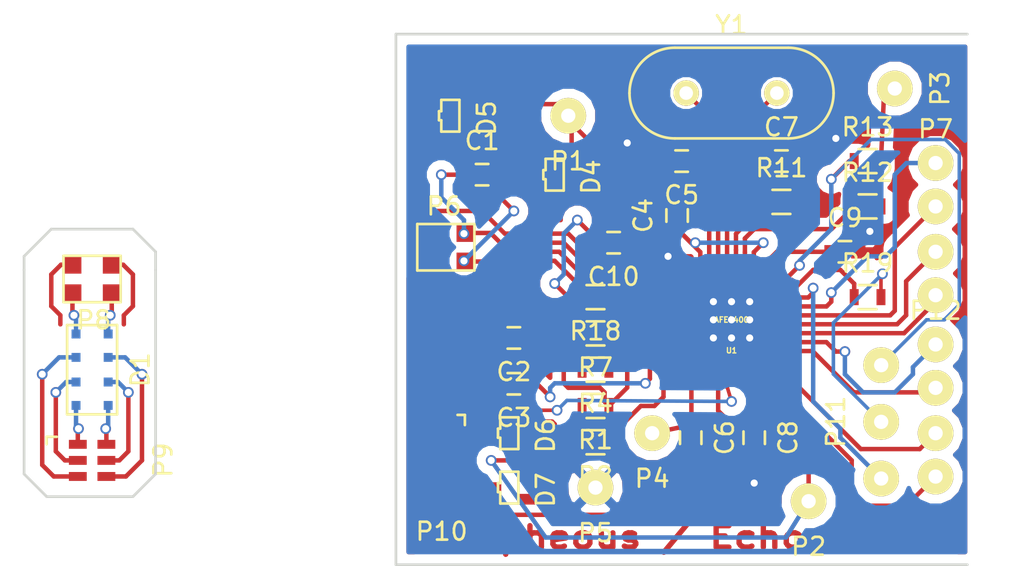
<source format=kicad_pcb>
(kicad_pcb (version 4) (host pcbnew 4.0.0-rc1-stable)

  (general
    (links 91)
    (no_connects 8)
    (area 101.371667 87.855666 159.032334 119.709001)
    (thickness 1.6)
    (drawings 15)
    (tracks 486)
    (zones 0)
    (modules 38)
    (nets 47)
  )

  (page A4)
  (title_block
    (title "Morpheus / Echo: AFE4400 Eval")
    (date 2015-11-12)
    (rev A1)
    (company "ECE 4781 / I2P: Georgia Tech")
  )

  (layers
    (0 F.Cu signal)
    (31 B.Cu signal)
    (32 B.Adhes user)
    (33 F.Adhes user)
    (34 B.Paste user)
    (35 F.Paste user)
    (36 B.SilkS user)
    (37 F.SilkS user)
    (38 B.Mask user)
    (39 F.Mask user)
    (40 Dwgs.User user)
    (41 Cmts.User user)
    (42 Eco1.User user)
    (43 Eco2.User user)
    (44 Edge.Cuts user)
    (45 Margin user)
    (46 B.CrtYd user)
    (47 F.CrtYd user)
    (48 B.Fab user)
    (49 F.Fab user)
  )

  (setup
    (last_trace_width 0.25)
    (trace_clearance 0.2)
    (zone_clearance 0.508)
    (zone_45_only no)
    (trace_min 0.2)
    (segment_width 0.2)
    (edge_width 0.15)
    (via_size 0.6)
    (via_drill 0.4)
    (via_min_size 0.4)
    (via_min_drill 0.3)
    (uvia_size 0.3)
    (uvia_drill 0.1)
    (uvias_allowed no)
    (uvia_min_size 0.2)
    (uvia_min_drill 0.1)
    (pcb_text_width 0.3)
    (pcb_text_size 1.5 1.5)
    (mod_edge_width 0.15)
    (mod_text_size 1 1)
    (mod_text_width 0.15)
    (pad_size 1 1)
    (pad_drill 0)
    (pad_to_mask_clearance 0.2)
    (aux_axis_origin 0 0)
    (visible_elements 7FFFFFFF)
    (pcbplotparams
      (layerselection 0x01000_80000001)
      (usegerberextensions false)
      (excludeedgelayer true)
      (linewidth 0.100000)
      (plotframeref false)
      (viasonmask false)
      (mode 1)
      (useauxorigin false)
      (hpglpennumber 1)
      (hpglpenspeed 20)
      (hpglpendiameter 15)
      (hpglpenoverlay 2)
      (psnegative false)
      (psa4output false)
      (plotreference true)
      (plotvalue true)
      (plotinvisibletext false)
      (padsonsilk false)
      (subtractmaskfromsilk false)
      (outputformat 1)
      (mirror false)
      (drillshape 0)
      (scaleselection 1)
      (outputdirectory ""))
  )

  (net 0 "")
  (net 1 "Net-(C1-Pad1)")
  (net 2 "Net-(C1-Pad2)")
  (net 3 "Net-(C2-Pad1)")
  (net 4 GND)
  (net 5 "Net-(C3-Pad1)")
  (net 6 VAA)
  (net 7 "Net-(C5-Pad1)")
  (net 8 VEE)
  (net 9 "Net-(C7-Pad1)")
  (net 10 VCC)
  (net 11 VDD)
  (net 12 /RESET_N)
  (net 13 /STE)
  (net 14 /SIMO)
  (net 15 /SOMI)
  (net 16 /SCLK)
  (net 17 /CLK_OUT)
  (net 18 /ADC_RDY)
  (net 19 /PD_ALM)
  (net 20 /LED_ALM)
  (net 21 /DIAG_END)
  (net 22 /AFE_PDN_N)
  (net 23 "Net-(R1-Pad2)")
  (net 24 "Net-(R4-Pad1)")
  (net 25 "Net-(R4-Pad2)")
  (net 26 "Net-(R7-Pad1)")
  (net 27 "Net-(R7-Pad2)")
  (net 28 "Net-(R8-Pad1)")
  (net 29 "Net-(R8-Pad2)")
  (net 30 "Net-(R11-Pad1)")
  (net 31 "Net-(R11-Pad2)")
  (net 32 "Net-(R12-Pad1)")
  (net 33 "Net-(R12-Pad2)")
  (net 34 "Net-(C10-Pad2)")
  (net 35 "Net-(D1-Pad1)")
  (net 36 "Net-(D1-Pad2)")
  (net 37 "Net-(D1-Pad3)")
  (net 38 "Net-(D1-Pad6)")
  (net 39 "Net-(D1-Pad7)")
  (net 40 "Net-(D1-Pad8)")
  (net 41 "Net-(D6-Pad3)")
  (net 42 "Net-(D7-Pad3)")
  (net 43 "Net-(R18-Pad1)")
  (net 44 "Net-(R19-Pad1)")
  (net 45 "Net-(D1-Pad4)")
  (net 46 "Net-(D1-Pad5)")

  (net_class Default "This is the default net class."
    (clearance 0.2)
    (trace_width 0.25)
    (via_dia 0.6)
    (via_drill 0.4)
    (uvia_dia 0.3)
    (uvia_drill 0.1)
    (add_net /ADC_RDY)
    (add_net /AFE_PDN_N)
    (add_net /CLK_OUT)
    (add_net /DIAG_END)
    (add_net /LED_ALM)
    (add_net /PD_ALM)
    (add_net /RESET_N)
    (add_net /SCLK)
    (add_net /SIMO)
    (add_net /SOMI)
    (add_net /STE)
    (add_net GND)
    (add_net "Net-(C1-Pad1)")
    (add_net "Net-(C1-Pad2)")
    (add_net "Net-(C10-Pad2)")
    (add_net "Net-(C2-Pad1)")
    (add_net "Net-(C3-Pad1)")
    (add_net "Net-(C5-Pad1)")
    (add_net "Net-(C7-Pad1)")
    (add_net "Net-(D1-Pad1)")
    (add_net "Net-(D1-Pad2)")
    (add_net "Net-(D1-Pad3)")
    (add_net "Net-(D1-Pad4)")
    (add_net "Net-(D1-Pad5)")
    (add_net "Net-(D1-Pad6)")
    (add_net "Net-(D1-Pad7)")
    (add_net "Net-(D1-Pad8)")
    (add_net "Net-(D6-Pad3)")
    (add_net "Net-(D7-Pad3)")
    (add_net "Net-(R1-Pad2)")
    (add_net "Net-(R11-Pad1)")
    (add_net "Net-(R11-Pad2)")
    (add_net "Net-(R12-Pad1)")
    (add_net "Net-(R12-Pad2)")
    (add_net "Net-(R18-Pad1)")
    (add_net "Net-(R19-Pad1)")
    (add_net "Net-(R4-Pad1)")
    (add_net "Net-(R4-Pad2)")
    (add_net "Net-(R7-Pad1)")
    (add_net "Net-(R7-Pad2)")
    (add_net "Net-(R8-Pad1)")
    (add_net "Net-(R8-Pad2)")
    (add_net VAA)
    (add_net VCC)
    (add_net VDD)
    (add_net VEE)
  )

  (module Morpheus_PPG_RevA:6_PADS_LED (layer F.Cu) (tedit 56456557) (tstamp 56446245)
    (at 126.238 113.792 180)
    (descr "SC-70-6, Handsoldering,")
    (tags "SC-70-6, Handsoldering,")
    (path /564514DF)
    (attr smd)
    (fp_text reference P10 (at -0.02032 -3.98018 180) (layer F.SilkS)
      (effects (font (size 1 1) (thickness 0.15)))
    )
    (fp_text value CONN_01X04 (at -0.23876 4.11988 180) (layer F.Fab)
      (effects (font (size 1 1) (thickness 0.15)))
    )
    (fp_line (start -1.3208 1.97866) (end -1.3208 2.54762) (layer F.SilkS) (width 0.15))
    (fp_line (start -1.3208 2.54762) (end -0.90932 2.54762) (layer F.SilkS) (width 0.15))
    (pad 1 smd rect (at -0.9 0.8 180) (size 0.5 1) (layers F.Cu F.Paste F.Mask)
      (net 41 "Net-(D6-Pad3)"))
    (pad 2 smd rect (at 0 0.8 180) (size 0.5 1) (layers F.Cu F.Paste F.Mask)
      (net 41 "Net-(D6-Pad3)"))
    (pad 3 smd rect (at 0.9 0.8 180) (size 0.5 1) (layers F.Cu F.Paste F.Mask)
      (net 41 "Net-(D6-Pad3)"))
    (pad 4 smd rect (at 0.9 -0.8 180) (size 0.5 1) (layers F.Cu F.Paste F.Mask)
      (net 42 "Net-(D7-Pad3)"))
    (pad 5 smd rect (at 0 -0.8 180) (size 0.5 1) (layers F.Cu F.Paste F.Mask)
      (net 42 "Net-(D7-Pad3)"))
    (pad 6 smd rect (at -0.9 -0.8 180) (size 0.5 1) (layers F.Cu F.Paste F.Mask)
      (net 42 "Net-(D7-Pad3)"))
    (model TO_SOT_Packages_SMD.3dshapes/SC-70-6_Handsoldering.wrl
      (at (xyz 0 0 0))
      (scale (xyz 1 1 1))
      (rotate (xyz 0 0 0))
    )
  )

  (module TO_SOT_Packages_SMD:SOT-323 (layer F.Cu) (tedit 0) (tstamp 56437D59)
    (at 132.588 97.79 270)
    (tags "SMD SOT")
    (path /563FE722)
    (attr smd)
    (fp_text reference D4 (at 0.127 -2.032 270) (layer F.SilkS)
      (effects (font (size 1 1) (thickness 0.15)))
    )
    (fp_text value D (at 0 0 270) (layer F.Fab)
      (effects (font (size 1 1) (thickness 0.15)))
    )
    (fp_line (start 0.254 0.508) (end 0.889 0.508) (layer F.SilkS) (width 0.15))
    (fp_line (start 0.889 0.508) (end 0.889 -0.508) (layer F.SilkS) (width 0.15))
    (fp_line (start -0.889 -0.508) (end -0.889 0.508) (layer F.SilkS) (width 0.15))
    (fp_line (start -0.889 0.508) (end -0.254 0.508) (layer F.SilkS) (width 0.15))
    (fp_line (start 0.254 0.635) (end 0.254 0.508) (layer F.SilkS) (width 0.15))
    (fp_line (start -0.254 0.508) (end -0.254 0.635) (layer F.SilkS) (width 0.15))
    (fp_line (start 0.889 -0.508) (end -0.889 -0.508) (layer F.SilkS) (width 0.15))
    (fp_line (start -0.254 0.635) (end 0.254 0.635) (layer F.SilkS) (width 0.15))
    (pad 2 smd rect (at -0.65024 -0.94996 270) (size 0.59944 1.00076) (layers F.Cu F.Paste F.Mask)
      (net 6 VAA))
    (pad 1 smd rect (at 0.65024 -0.94996 270) (size 0.59944 1.00076) (layers F.Cu F.Paste F.Mask)
      (net 4 GND))
    (pad 3 smd rect (at 0 0.94996 270) (size 0.59944 1.00076) (layers F.Cu F.Paste F.Mask)
      (net 2 "Net-(C1-Pad2)"))
    (model TO_SOT_Packages_SMD.3dshapes/SOT-323.wrl
      (at (xyz 0 0 0.001))
      (scale (xyz 0.3937 0.3937 0.3937))
      (rotate (xyz 0 0 0))
    )
  )

  (module TO_SOT_Packages_SMD:SOT-323 (layer F.Cu) (tedit 0) (tstamp 56437D60)
    (at 126.746 94.488 270)
    (tags "SMD SOT")
    (path /563FE4BB)
    (attr smd)
    (fp_text reference D5 (at 0.127 -2.032 270) (layer F.SilkS)
      (effects (font (size 1 1) (thickness 0.15)))
    )
    (fp_text value D (at 0 0 270) (layer F.Fab)
      (effects (font (size 1 1) (thickness 0.15)))
    )
    (fp_line (start 0.254 0.508) (end 0.889 0.508) (layer F.SilkS) (width 0.15))
    (fp_line (start 0.889 0.508) (end 0.889 -0.508) (layer F.SilkS) (width 0.15))
    (fp_line (start -0.889 -0.508) (end -0.889 0.508) (layer F.SilkS) (width 0.15))
    (fp_line (start -0.889 0.508) (end -0.254 0.508) (layer F.SilkS) (width 0.15))
    (fp_line (start 0.254 0.635) (end 0.254 0.508) (layer F.SilkS) (width 0.15))
    (fp_line (start -0.254 0.508) (end -0.254 0.635) (layer F.SilkS) (width 0.15))
    (fp_line (start 0.889 -0.508) (end -0.889 -0.508) (layer F.SilkS) (width 0.15))
    (fp_line (start -0.254 0.635) (end 0.254 0.635) (layer F.SilkS) (width 0.15))
    (pad 2 smd rect (at -0.65024 -0.94996 270) (size 0.59944 1.00076) (layers F.Cu F.Paste F.Mask)
      (net 6 VAA))
    (pad 1 smd rect (at 0.65024 -0.94996 270) (size 0.59944 1.00076) (layers F.Cu F.Paste F.Mask)
      (net 4 GND))
    (pad 3 smd rect (at 0 0.94996 270) (size 0.59944 1.00076) (layers F.Cu F.Paste F.Mask)
      (net 1 "Net-(C1-Pad1)"))
    (model TO_SOT_Packages_SMD.3dshapes/SOT-323.wrl
      (at (xyz 0 0 0.001))
      (scale (xyz 0.3937 0.3937 0.3937))
      (rotate (xyz 0 0 0))
    )
  )

  (module TO_SOT_Packages_SMD:SOT-323 (layer F.Cu) (tedit 0) (tstamp 56437D67)
    (at 130.048 112.268 270)
    (tags "SMD SOT")
    (path /563FED44)
    (attr smd)
    (fp_text reference D6 (at 0.127 -2.032 270) (layer F.SilkS)
      (effects (font (size 1 1) (thickness 0.15)))
    )
    (fp_text value D (at 0 0 270) (layer F.Fab)
      (effects (font (size 1 1) (thickness 0.15)))
    )
    (fp_line (start 0.254 0.508) (end 0.889 0.508) (layer F.SilkS) (width 0.15))
    (fp_line (start 0.889 0.508) (end 0.889 -0.508) (layer F.SilkS) (width 0.15))
    (fp_line (start -0.889 -0.508) (end -0.889 0.508) (layer F.SilkS) (width 0.15))
    (fp_line (start -0.889 0.508) (end -0.254 0.508) (layer F.SilkS) (width 0.15))
    (fp_line (start 0.254 0.635) (end 0.254 0.508) (layer F.SilkS) (width 0.15))
    (fp_line (start -0.254 0.508) (end -0.254 0.635) (layer F.SilkS) (width 0.15))
    (fp_line (start 0.889 -0.508) (end -0.889 -0.508) (layer F.SilkS) (width 0.15))
    (fp_line (start -0.254 0.635) (end 0.254 0.635) (layer F.SilkS) (width 0.15))
    (pad 2 smd rect (at -0.65024 -0.94996 270) (size 0.59944 1.00076) (layers F.Cu F.Paste F.Mask)
      (net 10 VCC))
    (pad 1 smd rect (at 0.65024 -0.94996 270) (size 0.59944 1.00076) (layers F.Cu F.Paste F.Mask)
      (net 4 GND))
    (pad 3 smd rect (at 0 0.94996 270) (size 0.59944 1.00076) (layers F.Cu F.Paste F.Mask)
      (net 41 "Net-(D6-Pad3)"))
    (model TO_SOT_Packages_SMD.3dshapes/SOT-323.wrl
      (at (xyz 0 0 0.001))
      (scale (xyz 0.3937 0.3937 0.3937))
      (rotate (xyz 0 0 0))
    )
  )

  (module TO_SOT_Packages_SMD:SOT-323 (layer F.Cu) (tedit 0) (tstamp 56437D6E)
    (at 130.048 115.316 270)
    (tags "SMD SOT")
    (path /563FED32)
    (attr smd)
    (fp_text reference D7 (at 0.127 -2.032 270) (layer F.SilkS)
      (effects (font (size 1 1) (thickness 0.15)))
    )
    (fp_text value D (at 0 0 270) (layer F.Fab)
      (effects (font (size 1 1) (thickness 0.15)))
    )
    (fp_line (start 0.254 0.508) (end 0.889 0.508) (layer F.SilkS) (width 0.15))
    (fp_line (start 0.889 0.508) (end 0.889 -0.508) (layer F.SilkS) (width 0.15))
    (fp_line (start -0.889 -0.508) (end -0.889 0.508) (layer F.SilkS) (width 0.15))
    (fp_line (start -0.889 0.508) (end -0.254 0.508) (layer F.SilkS) (width 0.15))
    (fp_line (start 0.254 0.635) (end 0.254 0.508) (layer F.SilkS) (width 0.15))
    (fp_line (start -0.254 0.508) (end -0.254 0.635) (layer F.SilkS) (width 0.15))
    (fp_line (start 0.889 -0.508) (end -0.889 -0.508) (layer F.SilkS) (width 0.15))
    (fp_line (start -0.254 0.635) (end 0.254 0.635) (layer F.SilkS) (width 0.15))
    (pad 2 smd rect (at -0.65024 -0.94996 270) (size 0.59944 1.00076) (layers F.Cu F.Paste F.Mask)
      (net 10 VCC))
    (pad 1 smd rect (at 0.65024 -0.94996 270) (size 0.59944 1.00076) (layers F.Cu F.Paste F.Mask)
      (net 4 GND))
    (pad 3 smd rect (at 0 0.94996 270) (size 0.59944 1.00076) (layers F.Cu F.Paste F.Mask)
      (net 42 "Net-(D7-Pad3)"))
    (model TO_SOT_Packages_SMD.3dshapes/SOT-323.wrl
      (at (xyz 0 0 0.001))
      (scale (xyz 0.3937 0.3937 0.3937))
      (rotate (xyz 0 0 0))
    )
  )

  (module Crystals:HC-49V (layer F.Cu) (tedit 56438598) (tstamp 56437E1F)
    (at 142.494 93.218)
    (descr "Quartz boitier HC-49 Vertical")
    (tags "QUARTZ DEV")
    (path /56401076)
    (fp_text reference Y1 (at 0 -3.81) (layer F.SilkS)
      (effects (font (size 1 1) (thickness 0.15)))
    )
    (fp_text value 8M (at 0 3.81) (layer F.Fab)
      (effects (font (size 1 1) (thickness 0.15)))
    )
    (fp_line (start -3.175 2.54) (end 3.175 2.54) (layer F.SilkS) (width 0.15))
    (fp_line (start -3.175 -2.54) (end 3.175 -2.54) (layer F.SilkS) (width 0.15))
    (fp_arc (start 3.175 0) (end 3.175 -2.54) (angle 90) (layer F.SilkS) (width 0.15))
    (fp_arc (start 3.175 0) (end 5.715 0) (angle 90) (layer F.SilkS) (width 0.15))
    (fp_arc (start -3.175 0) (end -5.715 0) (angle 90) (layer F.SilkS) (width 0.15))
    (fp_arc (start -3.175 0) (end -3.175 2.54) (angle 90) (layer F.SilkS) (width 0.15))
    (pad 1 thru_hole circle (at -2.54 0) (size 1.4224 1.4224) (drill 0.762) (layers *.Mask F.Cu F.SilkS)
      (net 7 "Net-(C5-Pad1)"))
    (pad 2 thru_hole circle (at 2.54 0) (size 1.4224 1.4224) (drill 0.762) (layers *.Mask F.Cu F.SilkS)
      (net 9 "Net-(C7-Pad1)"))
    (model Crystals.3dshapes/HC-49V.wrl
      (at (xyz 0 0 0))
      (scale (xyz 1 1 0.2))
      (rotate (xyz 0 0 0))
    )
  )

  (module Capacitors_SMD:C_0603 (layer F.Cu) (tedit 5415D631) (tstamp 56438339)
    (at 135.89 101.6 180)
    (descr "Capacitor SMD 0603, reflow soldering, AVX (see smccp.pdf)")
    (tags "capacitor 0603")
    (path /56447F28)
    (attr smd)
    (fp_text reference C10 (at 0 -1.9 180) (layer F.SilkS)
      (effects (font (size 1 1) (thickness 0.15)))
    )
    (fp_text value 0.01u (at 0 1.9 180) (layer F.Fab)
      (effects (font (size 1 1) (thickness 0.15)))
    )
    (fp_line (start -1.45 -0.75) (end 1.45 -0.75) (layer F.CrtYd) (width 0.05))
    (fp_line (start -1.45 0.75) (end 1.45 0.75) (layer F.CrtYd) (width 0.05))
    (fp_line (start -1.45 -0.75) (end -1.45 0.75) (layer F.CrtYd) (width 0.05))
    (fp_line (start 1.45 -0.75) (end 1.45 0.75) (layer F.CrtYd) (width 0.05))
    (fp_line (start -0.35 -0.6) (end 0.35 -0.6) (layer F.SilkS) (width 0.15))
    (fp_line (start 0.35 0.6) (end -0.35 0.6) (layer F.SilkS) (width 0.15))
    (pad 1 smd rect (at -0.75 0 180) (size 0.8 0.75) (layers F.Cu F.Paste F.Mask)
      (net 4 GND))
    (pad 2 smd rect (at 0.75 0 180) (size 0.8 0.75) (layers F.Cu F.Paste F.Mask)
      (net 34 "Net-(C10-Pad2)"))
    (model Capacitors_SMD.3dshapes/C_0603.wrl
      (at (xyz 0 0 0))
      (scale (xyz 1 1 1))
      (rotate (xyz 0 0 0))
    )
  )

  (module Morpheus_PPG_RevA:SHF_7050_8pin (layer F.Cu) (tedit 56438584) (tstamp 56438349)
    (at 106.68 108.712 90)
    (descr "8-Lead Plastic Small Outline (SM) - Medium, 5.28 mm Body [SOIC] (see Microchip Packaging Specification 00000049BS.pdf)")
    (tags "SOIC 1.27")
    (path /5644047D)
    (attr smd)
    (fp_text reference D1 (at 0 2.7 90) (layer F.SilkS)
      (effects (font (size 1 1) (thickness 0.15)))
    )
    (fp_text value SFH_7050 (at 0 -2.6 90) (layer F.Fab)
      (effects (font (size 1 1) (thickness 0.15)))
    )
    (fp_line (start 2.5 1.4) (end -2.5 1.4) (layer F.SilkS) (width 0.15))
    (fp_line (start -2.5 -1.4) (end 2.5 -1.4) (layer F.SilkS) (width 0.15))
    (fp_line (start 2.5 -1.4) (end 2.5 1.4) (layer F.SilkS) (width 0.15))
    (fp_line (start -2.5 -1.4) (end -2.5 1.4) (layer F.SilkS) (width 0.15))
    (pad 1 smd rect (at -2 -0.9 90) (size 0.5 0.5) (layers B.Cu F.Paste F.Mask)
      (net 35 "Net-(D1-Pad1)"))
    (pad 2 smd rect (at -0.69 -0.9 90) (size 0.5 0.5) (layers B.Cu F.Paste F.Mask)
      (net 36 "Net-(D1-Pad2)"))
    (pad 3 smd rect (at 0.69 -0.9 90) (size 0.5 0.5) (layers B.Cu F.Paste F.Mask)
      (net 37 "Net-(D1-Pad3)"))
    (pad 4 smd rect (at 2 -0.9 90) (size 0.5 0.5) (layers B.Cu F.Paste F.Mask)
      (net 45 "Net-(D1-Pad4)"))
    (pad 5 smd rect (at 2 0.9 90) (size 0.5 0.5) (layers B.Cu F.Paste F.Mask)
      (net 46 "Net-(D1-Pad5)"))
    (pad 6 smd rect (at 0.69 0.9 90) (size 0.5 0.5) (layers B.Cu F.Paste F.Mask)
      (net 38 "Net-(D1-Pad6)"))
    (pad 7 smd rect (at -0.69 0.9 90) (size 0.5 0.5) (layers B.Cu F.Paste F.Mask)
      (net 39 "Net-(D1-Pad7)"))
    (pad 8 smd rect (at -2 0.9 90) (size 0.5 0.5) (layers B.Cu F.Paste F.Mask)
      (net 40 "Net-(D1-Pad8)"))
    (model Housings_SOIC.3dshapes/SOIJ-8_5.3x5.3mm_Pitch1.27mm.wrl
      (at (xyz 0 0 0))
      (scale (xyz 1 1 1))
      (rotate (xyz 0 0 0))
    )
  )

  (module Resistors_SMD:R_0603 (layer F.Cu) (tedit 5415CC62) (tstamp 56438367)
    (at 134.874 104.648 180)
    (descr "Resistor SMD 0603, reflow soldering, Vishay (see dcrcw.pdf)")
    (tags "resistor 0603")
    (path /5644823F)
    (attr smd)
    (fp_text reference R18 (at 0 -1.9 180) (layer F.SilkS)
      (effects (font (size 1 1) (thickness 0.15)))
    )
    (fp_text value 1k (at 0 1.9 180) (layer F.Fab)
      (effects (font (size 1 1) (thickness 0.15)))
    )
    (fp_line (start -1.3 -0.8) (end 1.3 -0.8) (layer F.CrtYd) (width 0.05))
    (fp_line (start -1.3 0.8) (end 1.3 0.8) (layer F.CrtYd) (width 0.05))
    (fp_line (start -1.3 -0.8) (end -1.3 0.8) (layer F.CrtYd) (width 0.05))
    (fp_line (start 1.3 -0.8) (end 1.3 0.8) (layer F.CrtYd) (width 0.05))
    (fp_line (start 0.5 0.675) (end -0.5 0.675) (layer F.SilkS) (width 0.15))
    (fp_line (start -0.5 -0.675) (end 0.5 -0.675) (layer F.SilkS) (width 0.15))
    (pad 1 smd rect (at -0.75 0 180) (size 0.5 0.9) (layers F.Cu F.Paste F.Mask)
      (net 43 "Net-(R18-Pad1)"))
    (pad 2 smd rect (at 0.75 0 180) (size 0.5 0.9) (layers F.Cu F.Paste F.Mask)
      (net 34 "Net-(C10-Pad2)"))
    (model Resistors_SMD.3dshapes/R_0603.wrl
      (at (xyz 0 0 0))
      (scale (xyz 1 1 1))
      (rotate (xyz 0 0 0))
    )
  )

  (module Resistors_SMD:R_0603 (layer F.Cu) (tedit 5415CC62) (tstamp 5643836D)
    (at 150.114 104.648)
    (descr "Resistor SMD 0603, reflow soldering, Vishay (see dcrcw.pdf)")
    (tags "resistor 0603")
    (path /5644D3FC)
    (attr smd)
    (fp_text reference R19 (at 0 -1.9) (layer F.SilkS)
      (effects (font (size 1 1) (thickness 0.15)))
    )
    (fp_text value 10 (at 0 1.9) (layer F.Fab)
      (effects (font (size 1 1) (thickness 0.15)))
    )
    (fp_line (start -1.3 -0.8) (end 1.3 -0.8) (layer F.CrtYd) (width 0.05))
    (fp_line (start -1.3 0.8) (end 1.3 0.8) (layer F.CrtYd) (width 0.05))
    (fp_line (start -1.3 -0.8) (end -1.3 0.8) (layer F.CrtYd) (width 0.05))
    (fp_line (start 1.3 -0.8) (end 1.3 0.8) (layer F.CrtYd) (width 0.05))
    (fp_line (start 0.5 0.675) (end -0.5 0.675) (layer F.SilkS) (width 0.15))
    (fp_line (start -0.5 -0.675) (end 0.5 -0.675) (layer F.SilkS) (width 0.15))
    (pad 1 smd rect (at -0.75 0) (size 0.5 0.9) (layers F.Cu F.Paste F.Mask)
      (net 44 "Net-(R19-Pad1)"))
    (pad 2 smd rect (at 0.75 0) (size 0.5 0.9) (layers F.Cu F.Paste F.Mask)
      (net 17 /CLK_OUT))
    (model Resistors_SMD.3dshapes/R_0603.wrl
      (at (xyz 0 0 0))
      (scale (xyz 1 1 1))
      (rotate (xyz 0 0 0))
    )
  )

  (module Capacitors_SMD:C_0603 (layer F.Cu) (tedit 5415D631) (tstamp 56438474)
    (at 128.524 97.79)
    (descr "Capacitor SMD 0603, reflow soldering, AVX (see smccp.pdf)")
    (tags "capacitor 0603")
    (path /5641AD36)
    (attr smd)
    (fp_text reference C1 (at 0 -1.9) (layer F.SilkS)
      (effects (font (size 1 1) (thickness 0.15)))
    )
    (fp_text value 0.1u (at 0 1.9) (layer F.Fab)
      (effects (font (size 1 1) (thickness 0.15)))
    )
    (fp_line (start -1.45 -0.75) (end 1.45 -0.75) (layer F.CrtYd) (width 0.05))
    (fp_line (start -1.45 0.75) (end 1.45 0.75) (layer F.CrtYd) (width 0.05))
    (fp_line (start -1.45 -0.75) (end -1.45 0.75) (layer F.CrtYd) (width 0.05))
    (fp_line (start 1.45 -0.75) (end 1.45 0.75) (layer F.CrtYd) (width 0.05))
    (fp_line (start -0.35 -0.6) (end 0.35 -0.6) (layer F.SilkS) (width 0.15))
    (fp_line (start 0.35 0.6) (end -0.35 0.6) (layer F.SilkS) (width 0.15))
    (pad 1 smd rect (at -0.75 0) (size 0.8 0.75) (layers F.Cu F.Paste F.Mask)
      (net 1 "Net-(C1-Pad1)"))
    (pad 2 smd rect (at 0.75 0) (size 0.8 0.75) (layers F.Cu F.Paste F.Mask)
      (net 2 "Net-(C1-Pad2)"))
    (model Capacitors_SMD.3dshapes/C_0603.wrl
      (at (xyz 0 0 0))
      (scale (xyz 1 1 1))
      (rotate (xyz 0 0 0))
    )
  )

  (module Capacitors_SMD:C_0603 (layer F.Cu) (tedit 5415D631) (tstamp 56438479)
    (at 130.302 106.934 180)
    (descr "Capacitor SMD 0603, reflow soldering, AVX (see smccp.pdf)")
    (tags "capacitor 0603")
    (path /563FF705)
    (attr smd)
    (fp_text reference C2 (at 0 -1.9 180) (layer F.SilkS)
      (effects (font (size 1 1) (thickness 0.15)))
    )
    (fp_text value 2.2u (at 0 1.9 180) (layer F.Fab)
      (effects (font (size 1 1) (thickness 0.15)))
    )
    (fp_line (start -1.45 -0.75) (end 1.45 -0.75) (layer F.CrtYd) (width 0.05))
    (fp_line (start -1.45 0.75) (end 1.45 0.75) (layer F.CrtYd) (width 0.05))
    (fp_line (start -1.45 -0.75) (end -1.45 0.75) (layer F.CrtYd) (width 0.05))
    (fp_line (start 1.45 -0.75) (end 1.45 0.75) (layer F.CrtYd) (width 0.05))
    (fp_line (start -0.35 -0.6) (end 0.35 -0.6) (layer F.SilkS) (width 0.15))
    (fp_line (start 0.35 0.6) (end -0.35 0.6) (layer F.SilkS) (width 0.15))
    (pad 1 smd rect (at -0.75 0 180) (size 0.8 0.75) (layers F.Cu F.Paste F.Mask)
      (net 3 "Net-(C2-Pad1)"))
    (pad 2 smd rect (at 0.75 0 180) (size 0.8 0.75) (layers F.Cu F.Paste F.Mask)
      (net 4 GND))
    (model Capacitors_SMD.3dshapes/C_0603.wrl
      (at (xyz 0 0 0))
      (scale (xyz 1 1 1))
      (rotate (xyz 0 0 0))
    )
  )

  (module Capacitors_SMD:C_0603 (layer F.Cu) (tedit 5415D631) (tstamp 5643847E)
    (at 130.3015 109.5005 180)
    (descr "Capacitor SMD 0603, reflow soldering, AVX (see smccp.pdf)")
    (tags "capacitor 0603")
    (path /563FFA44)
    (attr smd)
    (fp_text reference C3 (at 0 -1.9 180) (layer F.SilkS)
      (effects (font (size 1 1) (thickness 0.15)))
    )
    (fp_text value 2.2u (at 0 1.9 180) (layer F.Fab)
      (effects (font (size 1 1) (thickness 0.15)))
    )
    (fp_line (start -1.45 -0.75) (end 1.45 -0.75) (layer F.CrtYd) (width 0.05))
    (fp_line (start -1.45 0.75) (end 1.45 0.75) (layer F.CrtYd) (width 0.05))
    (fp_line (start -1.45 -0.75) (end -1.45 0.75) (layer F.CrtYd) (width 0.05))
    (fp_line (start 1.45 -0.75) (end 1.45 0.75) (layer F.CrtYd) (width 0.05))
    (fp_line (start -0.35 -0.6) (end 0.35 -0.6) (layer F.SilkS) (width 0.15))
    (fp_line (start 0.35 0.6) (end -0.35 0.6) (layer F.SilkS) (width 0.15))
    (pad 1 smd rect (at -0.75 0 180) (size 0.8 0.75) (layers F.Cu F.Paste F.Mask)
      (net 5 "Net-(C3-Pad1)"))
    (pad 2 smd rect (at 0.75 0 180) (size 0.8 0.75) (layers F.Cu F.Paste F.Mask)
      (net 4 GND))
    (model Capacitors_SMD.3dshapes/C_0603.wrl
      (at (xyz 0 0 0))
      (scale (xyz 1 1 1))
      (rotate (xyz 0 0 0))
    )
  )

  (module Capacitors_SMD:C_0603 (layer F.Cu) (tedit 5415D631) (tstamp 56438483)
    (at 139.446 100.076 90)
    (descr "Capacitor SMD 0603, reflow soldering, AVX (see smccp.pdf)")
    (tags "capacitor 0603")
    (path /563FBDB4)
    (attr smd)
    (fp_text reference C4 (at 0 -1.9 90) (layer F.SilkS)
      (effects (font (size 1 1) (thickness 0.15)))
    )
    (fp_text value 0.1u (at 0 1.9 90) (layer F.Fab)
      (effects (font (size 1 1) (thickness 0.15)))
    )
    (fp_line (start -1.45 -0.75) (end 1.45 -0.75) (layer F.CrtYd) (width 0.05))
    (fp_line (start -1.45 0.75) (end 1.45 0.75) (layer F.CrtYd) (width 0.05))
    (fp_line (start -1.45 -0.75) (end -1.45 0.75) (layer F.CrtYd) (width 0.05))
    (fp_line (start 1.45 -0.75) (end 1.45 0.75) (layer F.CrtYd) (width 0.05))
    (fp_line (start -0.35 -0.6) (end 0.35 -0.6) (layer F.SilkS) (width 0.15))
    (fp_line (start 0.35 0.6) (end -0.35 0.6) (layer F.SilkS) (width 0.15))
    (pad 1 smd rect (at -0.75 0 90) (size 0.8 0.75) (layers F.Cu F.Paste F.Mask)
      (net 6 VAA))
    (pad 2 smd rect (at 0.75 0 90) (size 0.8 0.75) (layers F.Cu F.Paste F.Mask)
      (net 4 GND))
    (model Capacitors_SMD.3dshapes/C_0603.wrl
      (at (xyz 0 0 0))
      (scale (xyz 1 1 1))
      (rotate (xyz 0 0 0))
    )
  )

  (module Capacitors_SMD:C_0603 (layer F.Cu) (tedit 5415D631) (tstamp 56438488)
    (at 139.7 97.028 180)
    (descr "Capacitor SMD 0603, reflow soldering, AVX (see smccp.pdf)")
    (tags "capacitor 0603")
    (path /5640132E)
    (attr smd)
    (fp_text reference C5 (at 0 -1.9 180) (layer F.SilkS)
      (effects (font (size 1 1) (thickness 0.15)))
    )
    (fp_text value 18p (at 0 1.9 180) (layer F.Fab)
      (effects (font (size 1 1) (thickness 0.15)))
    )
    (fp_line (start -1.45 -0.75) (end 1.45 -0.75) (layer F.CrtYd) (width 0.05))
    (fp_line (start -1.45 0.75) (end 1.45 0.75) (layer F.CrtYd) (width 0.05))
    (fp_line (start -1.45 -0.75) (end -1.45 0.75) (layer F.CrtYd) (width 0.05))
    (fp_line (start 1.45 -0.75) (end 1.45 0.75) (layer F.CrtYd) (width 0.05))
    (fp_line (start -0.35 -0.6) (end 0.35 -0.6) (layer F.SilkS) (width 0.15))
    (fp_line (start 0.35 0.6) (end -0.35 0.6) (layer F.SilkS) (width 0.15))
    (pad 1 smd rect (at -0.75 0 180) (size 0.8 0.75) (layers F.Cu F.Paste F.Mask)
      (net 7 "Net-(C5-Pad1)"))
    (pad 2 smd rect (at 0.75 0 180) (size 0.8 0.75) (layers F.Cu F.Paste F.Mask)
      (net 4 GND))
    (model Capacitors_SMD.3dshapes/C_0603.wrl
      (at (xyz 0 0 0))
      (scale (xyz 1 1 1))
      (rotate (xyz 0 0 0))
    )
  )

  (module Capacitors_SMD:C_0603 (layer F.Cu) (tedit 5415D631) (tstamp 5643848D)
    (at 140.208 112.522 270)
    (descr "Capacitor SMD 0603, reflow soldering, AVX (see smccp.pdf)")
    (tags "capacitor 0603")
    (path /563FC020)
    (attr smd)
    (fp_text reference C6 (at 0 -1.9 270) (layer F.SilkS)
      (effects (font (size 1 1) (thickness 0.15)))
    )
    (fp_text value 0.1u (at 0 1.9 270) (layer F.Fab)
      (effects (font (size 1 1) (thickness 0.15)))
    )
    (fp_line (start -1.45 -0.75) (end 1.45 -0.75) (layer F.CrtYd) (width 0.05))
    (fp_line (start -1.45 0.75) (end 1.45 0.75) (layer F.CrtYd) (width 0.05))
    (fp_line (start -1.45 -0.75) (end -1.45 0.75) (layer F.CrtYd) (width 0.05))
    (fp_line (start 1.45 -0.75) (end 1.45 0.75) (layer F.CrtYd) (width 0.05))
    (fp_line (start -0.35 -0.6) (end 0.35 -0.6) (layer F.SilkS) (width 0.15))
    (fp_line (start 0.35 0.6) (end -0.35 0.6) (layer F.SilkS) (width 0.15))
    (pad 1 smd rect (at -0.75 0 270) (size 0.8 0.75) (layers F.Cu F.Paste F.Mask)
      (net 8 VEE))
    (pad 2 smd rect (at 0.75 0 270) (size 0.8 0.75) (layers F.Cu F.Paste F.Mask)
      (net 4 GND))
    (model Capacitors_SMD.3dshapes/C_0603.wrl
      (at (xyz 0 0 0))
      (scale (xyz 1 1 1))
      (rotate (xyz 0 0 0))
    )
  )

  (module Capacitors_SMD:C_0603 (layer F.Cu) (tedit 5415D631) (tstamp 56438492)
    (at 145.288 97.028)
    (descr "Capacitor SMD 0603, reflow soldering, AVX (see smccp.pdf)")
    (tags "capacitor 0603")
    (path /56401449)
    (attr smd)
    (fp_text reference C7 (at 0 -1.9) (layer F.SilkS)
      (effects (font (size 1 1) (thickness 0.15)))
    )
    (fp_text value 18p (at 0 1.9) (layer F.Fab)
      (effects (font (size 1 1) (thickness 0.15)))
    )
    (fp_line (start -1.45 -0.75) (end 1.45 -0.75) (layer F.CrtYd) (width 0.05))
    (fp_line (start -1.45 0.75) (end 1.45 0.75) (layer F.CrtYd) (width 0.05))
    (fp_line (start -1.45 -0.75) (end -1.45 0.75) (layer F.CrtYd) (width 0.05))
    (fp_line (start 1.45 -0.75) (end 1.45 0.75) (layer F.CrtYd) (width 0.05))
    (fp_line (start -0.35 -0.6) (end 0.35 -0.6) (layer F.SilkS) (width 0.15))
    (fp_line (start 0.35 0.6) (end -0.35 0.6) (layer F.SilkS) (width 0.15))
    (pad 1 smd rect (at -0.75 0) (size 0.8 0.75) (layers F.Cu F.Paste F.Mask)
      (net 9 "Net-(C7-Pad1)"))
    (pad 2 smd rect (at 0.75 0) (size 0.8 0.75) (layers F.Cu F.Paste F.Mask)
      (net 4 GND))
    (model Capacitors_SMD.3dshapes/C_0603.wrl
      (at (xyz 0 0 0))
      (scale (xyz 1 1 1))
      (rotate (xyz 0 0 0))
    )
  )

  (module Capacitors_SMD:C_0603 (layer F.Cu) (tedit 5415D631) (tstamp 56438497)
    (at 143.764 112.522 270)
    (descr "Capacitor SMD 0603, reflow soldering, AVX (see smccp.pdf)")
    (tags "capacitor 0603")
    (path /563FBF4C)
    (attr smd)
    (fp_text reference C8 (at 0 -1.9 270) (layer F.SilkS)
      (effects (font (size 1 1) (thickness 0.15)))
    )
    (fp_text value 1u (at 0 1.9 270) (layer F.Fab)
      (effects (font (size 1 1) (thickness 0.15)))
    )
    (fp_line (start -1.45 -0.75) (end 1.45 -0.75) (layer F.CrtYd) (width 0.05))
    (fp_line (start -1.45 0.75) (end 1.45 0.75) (layer F.CrtYd) (width 0.05))
    (fp_line (start -1.45 -0.75) (end -1.45 0.75) (layer F.CrtYd) (width 0.05))
    (fp_line (start 1.45 -0.75) (end 1.45 0.75) (layer F.CrtYd) (width 0.05))
    (fp_line (start -0.35 -0.6) (end 0.35 -0.6) (layer F.SilkS) (width 0.15))
    (fp_line (start 0.35 0.6) (end -0.35 0.6) (layer F.SilkS) (width 0.15))
    (pad 1 smd rect (at -0.75 0 270) (size 0.8 0.75) (layers F.Cu F.Paste F.Mask)
      (net 10 VCC))
    (pad 2 smd rect (at 0.75 0 270) (size 0.8 0.75) (layers F.Cu F.Paste F.Mask)
      (net 4 GND))
    (model Capacitors_SMD.3dshapes/C_0603.wrl
      (at (xyz 0 0 0))
      (scale (xyz 1 1 1))
      (rotate (xyz 0 0 0))
    )
  )

  (module Capacitors_SMD:C_0603 (layer F.Cu) (tedit 5415D631) (tstamp 5643849C)
    (at 148.844 102.108)
    (descr "Capacitor SMD 0603, reflow soldering, AVX (see smccp.pdf)")
    (tags "capacitor 0603")
    (path /563FBEB0)
    (attr smd)
    (fp_text reference C9 (at 0 -1.9) (layer F.SilkS)
      (effects (font (size 1 1) (thickness 0.15)))
    )
    (fp_text value 0.1u (at 0 1.9) (layer F.Fab)
      (effects (font (size 1 1) (thickness 0.15)))
    )
    (fp_line (start -1.45 -0.75) (end 1.45 -0.75) (layer F.CrtYd) (width 0.05))
    (fp_line (start -1.45 0.75) (end 1.45 0.75) (layer F.CrtYd) (width 0.05))
    (fp_line (start -1.45 -0.75) (end -1.45 0.75) (layer F.CrtYd) (width 0.05))
    (fp_line (start 1.45 -0.75) (end 1.45 0.75) (layer F.CrtYd) (width 0.05))
    (fp_line (start -0.35 -0.6) (end 0.35 -0.6) (layer F.SilkS) (width 0.15))
    (fp_line (start 0.35 0.6) (end -0.35 0.6) (layer F.SilkS) (width 0.15))
    (pad 1 smd rect (at -0.75 0) (size 0.8 0.75) (layers F.Cu F.Paste F.Mask)
      (net 11 VDD))
    (pad 2 smd rect (at 0.75 0) (size 0.8 0.75) (layers F.Cu F.Paste F.Mask)
      (net 4 GND))
    (model Capacitors_SMD.3dshapes/C_0603.wrl
      (at (xyz 0 0 0))
      (scale (xyz 1 1 1))
      (rotate (xyz 0 0 0))
    )
  )

  (module Resistors_SMD:R_0603 (layer F.Cu) (tedit 5415CC62) (tstamp 564384A1)
    (at 134.874 110.744 180)
    (descr "Resistor SMD 0603, reflow soldering, Vishay (see dcrcw.pdf)")
    (tags "resistor 0603")
    (path /563FDFA1)
    (attr smd)
    (fp_text reference R1 (at 0 -1.9 180) (layer F.SilkS)
      (effects (font (size 1 1) (thickness 0.15)))
    )
    (fp_text value 130 (at 0 1.9 180) (layer F.Fab)
      (effects (font (size 1 1) (thickness 0.15)))
    )
    (fp_line (start -1.3 -0.8) (end 1.3 -0.8) (layer F.CrtYd) (width 0.05))
    (fp_line (start -1.3 0.8) (end 1.3 0.8) (layer F.CrtYd) (width 0.05))
    (fp_line (start -1.3 -0.8) (end -1.3 0.8) (layer F.CrtYd) (width 0.05))
    (fp_line (start 1.3 -0.8) (end 1.3 0.8) (layer F.CrtYd) (width 0.05))
    (fp_line (start 0.5 0.675) (end -0.5 0.675) (layer F.SilkS) (width 0.15))
    (fp_line (start -0.5 -0.675) (end 0.5 -0.675) (layer F.SilkS) (width 0.15))
    (pad 1 smd rect (at -0.75 0 180) (size 0.5 0.9) (layers F.Cu F.Paste F.Mask)
      (net 3 "Net-(C2-Pad1)"))
    (pad 2 smd rect (at 0.75 0 180) (size 0.5 0.9) (layers F.Cu F.Paste F.Mask)
      (net 23 "Net-(R1-Pad2)"))
    (model Resistors_SMD.3dshapes/R_0603.wrl
      (at (xyz 0 0 0))
      (scale (xyz 1 1 1))
      (rotate (xyz 0 0 0))
    )
  )

  (module Resistors_SMD:R_0603 (layer F.Cu) (tedit 5415CC62) (tstamp 564384B0)
    (at 134.874 108.712 180)
    (descr "Resistor SMD 0603, reflow soldering, Vishay (see dcrcw.pdf)")
    (tags "resistor 0603")
    (path /563FBBE9)
    (attr smd)
    (fp_text reference R4 (at 0 -1.9 180) (layer F.SilkS)
      (effects (font (size 1 1) (thickness 0.15)))
    )
    (fp_text value 130 (at 0 1.9 180) (layer F.Fab)
      (effects (font (size 1 1) (thickness 0.15)))
    )
    (fp_line (start -1.3 -0.8) (end 1.3 -0.8) (layer F.CrtYd) (width 0.05))
    (fp_line (start -1.3 0.8) (end 1.3 0.8) (layer F.CrtYd) (width 0.05))
    (fp_line (start -1.3 -0.8) (end -1.3 0.8) (layer F.CrtYd) (width 0.05))
    (fp_line (start 1.3 -0.8) (end 1.3 0.8) (layer F.CrtYd) (width 0.05))
    (fp_line (start 0.5 0.675) (end -0.5 0.675) (layer F.SilkS) (width 0.15))
    (fp_line (start -0.5 -0.675) (end 0.5 -0.675) (layer F.SilkS) (width 0.15))
    (pad 1 smd rect (at -0.75 0 180) (size 0.5 0.9) (layers F.Cu F.Paste F.Mask)
      (net 24 "Net-(R4-Pad1)"))
    (pad 2 smd rect (at 0.75 0 180) (size 0.5 0.9) (layers F.Cu F.Paste F.Mask)
      (net 25 "Net-(R4-Pad2)"))
    (model Resistors_SMD.3dshapes/R_0603.wrl
      (at (xyz 0 0 0))
      (scale (xyz 1 1 1))
      (rotate (xyz 0 0 0))
    )
  )

  (module Resistors_SMD:R_0603 (layer F.Cu) (tedit 5415CC62) (tstamp 564384BF)
    (at 134.874 106.68 180)
    (descr "Resistor SMD 0603, reflow soldering, Vishay (see dcrcw.pdf)")
    (tags "resistor 0603")
    (path /563FBB8E)
    (attr smd)
    (fp_text reference R7 (at 0 -1.9 180) (layer F.SilkS)
      (effects (font (size 1 1) (thickness 0.15)))
    )
    (fp_text value 130 (at 0 1.9 180) (layer F.Fab)
      (effects (font (size 1 1) (thickness 0.15)))
    )
    (fp_line (start -1.3 -0.8) (end 1.3 -0.8) (layer F.CrtYd) (width 0.05))
    (fp_line (start -1.3 0.8) (end 1.3 0.8) (layer F.CrtYd) (width 0.05))
    (fp_line (start -1.3 -0.8) (end -1.3 0.8) (layer F.CrtYd) (width 0.05))
    (fp_line (start 1.3 -0.8) (end 1.3 0.8) (layer F.CrtYd) (width 0.05))
    (fp_line (start 0.5 0.675) (end -0.5 0.675) (layer F.SilkS) (width 0.15))
    (fp_line (start -0.5 -0.675) (end 0.5 -0.675) (layer F.SilkS) (width 0.15))
    (pad 1 smd rect (at -0.75 0 180) (size 0.5 0.9) (layers F.Cu F.Paste F.Mask)
      (net 26 "Net-(R7-Pad1)"))
    (pad 2 smd rect (at 0.75 0 180) (size 0.5 0.9) (layers F.Cu F.Paste F.Mask)
      (net 27 "Net-(R7-Pad2)"))
    (model Resistors_SMD.3dshapes/R_0603.wrl
      (at (xyz 0 0 0))
      (scale (xyz 1 1 1))
      (rotate (xyz 0 0 0))
    )
  )

  (module Resistors_SMD:R_0603 (layer F.Cu) (tedit 5415CC62) (tstamp 564384C4)
    (at 134.874 112.776 180)
    (descr "Resistor SMD 0603, reflow soldering, Vishay (see dcrcw.pdf)")
    (tags "resistor 0603")
    (path /563FE2CA)
    (attr smd)
    (fp_text reference R8 (at 0 -1.9 180) (layer F.SilkS)
      (effects (font (size 1 1) (thickness 0.15)))
    )
    (fp_text value 130 (at 0 1.9 180) (layer F.Fab)
      (effects (font (size 1 1) (thickness 0.15)))
    )
    (fp_line (start -1.3 -0.8) (end 1.3 -0.8) (layer F.CrtYd) (width 0.05))
    (fp_line (start -1.3 0.8) (end 1.3 0.8) (layer F.CrtYd) (width 0.05))
    (fp_line (start -1.3 -0.8) (end -1.3 0.8) (layer F.CrtYd) (width 0.05))
    (fp_line (start 1.3 -0.8) (end 1.3 0.8) (layer F.CrtYd) (width 0.05))
    (fp_line (start 0.5 0.675) (end -0.5 0.675) (layer F.SilkS) (width 0.15))
    (fp_line (start -0.5 -0.675) (end 0.5 -0.675) (layer F.SilkS) (width 0.15))
    (pad 1 smd rect (at -0.75 0 180) (size 0.5 0.9) (layers F.Cu F.Paste F.Mask)
      (net 28 "Net-(R8-Pad1)"))
    (pad 2 smd rect (at 0.75 0 180) (size 0.5 0.9) (layers F.Cu F.Paste F.Mask)
      (net 29 "Net-(R8-Pad2)"))
    (model Resistors_SMD.3dshapes/R_0603.wrl
      (at (xyz 0 0 0))
      (scale (xyz 1 1 1))
      (rotate (xyz 0 0 0))
    )
  )

  (module Resistors_SMD:R_0603 (layer F.Cu) (tedit 5415CC62) (tstamp 564384D3)
    (at 145.288 99.314)
    (descr "Resistor SMD 0603, reflow soldering, Vishay (see dcrcw.pdf)")
    (tags "resistor 0603")
    (path /563FBC51)
    (attr smd)
    (fp_text reference R11 (at 0 -1.9) (layer F.SilkS)
      (effects (font (size 1 1) (thickness 0.15)))
    )
    (fp_text value 130 (at 0 1.9) (layer F.Fab)
      (effects (font (size 1 1) (thickness 0.15)))
    )
    (fp_line (start -1.3 -0.8) (end 1.3 -0.8) (layer F.CrtYd) (width 0.05))
    (fp_line (start -1.3 0.8) (end 1.3 0.8) (layer F.CrtYd) (width 0.05))
    (fp_line (start -1.3 -0.8) (end -1.3 0.8) (layer F.CrtYd) (width 0.05))
    (fp_line (start 1.3 -0.8) (end 1.3 0.8) (layer F.CrtYd) (width 0.05))
    (fp_line (start 0.5 0.675) (end -0.5 0.675) (layer F.SilkS) (width 0.15))
    (fp_line (start -0.5 -0.675) (end 0.5 -0.675) (layer F.SilkS) (width 0.15))
    (pad 1 smd rect (at -0.75 0) (size 0.5 0.9) (layers F.Cu F.Paste F.Mask)
      (net 30 "Net-(R11-Pad1)"))
    (pad 2 smd rect (at 0.75 0) (size 0.5 0.9) (layers F.Cu F.Paste F.Mask)
      (net 31 "Net-(R11-Pad2)"))
    (model Resistors_SMD.3dshapes/R_0603.wrl
      (at (xyz 0 0 0))
      (scale (xyz 1 1 1))
      (rotate (xyz 0 0 0))
    )
  )

  (module Resistors_SMD:R_0603 (layer F.Cu) (tedit 5415CC62) (tstamp 564384D8)
    (at 150.114 99.568)
    (descr "Resistor SMD 0603, reflow soldering, Vishay (see dcrcw.pdf)")
    (tags "resistor 0603")
    (path /563FBCEB)
    (attr smd)
    (fp_text reference R12 (at 0 -1.9) (layer F.SilkS)
      (effects (font (size 1 1) (thickness 0.15)))
    )
    (fp_text value 130 (at 0 1.9) (layer F.Fab)
      (effects (font (size 1 1) (thickness 0.15)))
    )
    (fp_line (start -1.3 -0.8) (end 1.3 -0.8) (layer F.CrtYd) (width 0.05))
    (fp_line (start -1.3 0.8) (end 1.3 0.8) (layer F.CrtYd) (width 0.05))
    (fp_line (start -1.3 -0.8) (end -1.3 0.8) (layer F.CrtYd) (width 0.05))
    (fp_line (start 1.3 -0.8) (end 1.3 0.8) (layer F.CrtYd) (width 0.05))
    (fp_line (start 0.5 0.675) (end -0.5 0.675) (layer F.SilkS) (width 0.15))
    (fp_line (start -0.5 -0.675) (end 0.5 -0.675) (layer F.SilkS) (width 0.15))
    (pad 1 smd rect (at -0.75 0) (size 0.5 0.9) (layers F.Cu F.Paste F.Mask)
      (net 32 "Net-(R12-Pad1)"))
    (pad 2 smd rect (at 0.75 0) (size 0.5 0.9) (layers F.Cu F.Paste F.Mask)
      (net 33 "Net-(R12-Pad2)"))
    (model Resistors_SMD.3dshapes/R_0603.wrl
      (at (xyz 0 0 0))
      (scale (xyz 1 1 1))
      (rotate (xyz 0 0 0))
    )
  )

  (module Resistors_SMD:R_0603 (layer F.Cu) (tedit 5415CC62) (tstamp 564384DD)
    (at 150.114 97.028)
    (descr "Resistor SMD 0603, reflow soldering, Vishay (see dcrcw.pdf)")
    (tags "resistor 0603")
    (path /5645E084)
    (attr smd)
    (fp_text reference R13 (at 0 -1.9) (layer F.SilkS)
      (effects (font (size 1 1) (thickness 0.15)))
    )
    (fp_text value 10k (at 0 1.9) (layer F.Fab)
      (effects (font (size 1 1) (thickness 0.15)))
    )
    (fp_line (start -1.3 -0.8) (end 1.3 -0.8) (layer F.CrtYd) (width 0.05))
    (fp_line (start -1.3 0.8) (end 1.3 0.8) (layer F.CrtYd) (width 0.05))
    (fp_line (start -1.3 -0.8) (end -1.3 0.8) (layer F.CrtYd) (width 0.05))
    (fp_line (start 1.3 -0.8) (end 1.3 0.8) (layer F.CrtYd) (width 0.05))
    (fp_line (start 0.5 0.675) (end -0.5 0.675) (layer F.SilkS) (width 0.15))
    (fp_line (start -0.5 -0.675) (end 0.5 -0.675) (layer F.SilkS) (width 0.15))
    (pad 1 smd rect (at -0.75 0) (size 0.5 0.9) (layers F.Cu F.Paste F.Mask)
      (net 12 /RESET_N))
    (pad 2 smd rect (at 0.75 0) (size 0.5 0.9) (layers F.Cu F.Paste F.Mask)
      (net 11 VDD))
    (model Resistors_SMD.3dshapes/R_0603.wrl
      (at (xyz 0 0 0))
      (scale (xyz 1 1 1))
      (rotate (xyz 0 0 0))
    )
  )

  (module Morpheus_PPG_RevA:QFN40-6x6-PN532mirrorRot-0p23mm (layer F.Cu) (tedit 56439878) (tstamp 56437E19)
    (at 142.494 105.918)
    (path /563FBAAB)
    (fp_text reference U1 (at 0 1.72) (layer F.SilkS)
      (effects (font (size 0.3 0.3) (thickness 0.075)))
    )
    (fp_text value AFE4400 (at 0 0) (layer F.SilkS)
      (effects (font (size 0.3 0.3) (thickness 0.075)))
    )
    (fp_line (start -3 -2.5) (end -2.5 -2.5) (layer Eco2.User) (width 0.1))
    (fp_line (start -2.5 -2.5) (end -2.5 -3) (layer Eco2.User) (width 0.1))
    (fp_line (start -2.99974 2.99974) (end -2.44856 2.99974) (layer Eco2.User) (width 0.09906))
    (fp_line (start 2.44856 2.99974) (end 2.99974 2.99974) (layer Eco2.User) (width 0.09906))
    (fp_line (start 2.99974 2.99974) (end 2.99974 2.44856) (layer Eco2.User) (width 0.09906))
    (fp_line (start 2.99974 -2.44856) (end 2.99974 -2.99974) (layer Eco2.User) (width 0.09906))
    (fp_line (start -2.99974 -2.99974) (end -2.44856 -2.99974) (layer Eco2.User) (width 0.09906))
    (fp_line (start 2.44856 -2.99974) (end 2.99974 -2.99974) (layer Eco2.User) (width 0.09906))
    (fp_line (start -2.99974 2.99974) (end -2.99974 2.44856) (layer Eco2.User) (width 0.09906))
    (fp_line (start -2.99974 -2.44856) (end -2.99974 -2.99974) (layer Eco2.User) (width 0.09906))
    (pad 40 smd oval (at -2.2479 -2.99974 180) (size 0.23 0.99822) (layers F.Cu F.Paste F.Mask)
      (net 4 GND))
    (pad 39 smd oval (at -1.74752 -2.99974 180) (size 0.23 0.99822) (layers F.Cu F.Paste F.Mask)
      (net 6 VAA))
    (pad 38 smd rect (at -1.24968 -2.99974 180) (size 0.23 0.99822) (layers F.Cu F.Paste F.Mask)
      (net 7 "Net-(C5-Pad1)"))
    (pad 37 smd rect (at -0.7493 -2.99974 180) (size 0.23 0.99822) (layers F.Cu F.Paste F.Mask)
      (net 9 "Net-(C7-Pad1)"))
    (pad 36 smd rect (at -0.24892 -2.99974 180) (size 0.23 0.99822) (layers F.Cu F.Paste F.Mask)
      (net 4 GND))
    (pad 35 smd rect (at 0.24892 -2.99974 180) (size 0.23 0.99822) (layers F.Cu F.Paste F.Mask)
      (net 30 "Net-(R11-Pad1)"))
    (pad 34 smd rect (at 0.7493 -2.99974 180) (size 0.23 0.99822) (layers F.Cu F.Paste F.Mask)
      (net 32 "Net-(R12-Pad1)"))
    (pad 33 smd rect (at 1.24968 -2.99974 180) (size 0.23 0.99822) (layers F.Cu F.Paste F.Mask)
      (net 6 VAA))
    (pad 32 smd oval (at 1.74752 -2.99974 180) (size 0.23 0.99822) (layers F.Cu F.Paste F.Mask)
      (net 4 GND))
    (pad 31 smd oval (at 2.2479 -2.99974 180) (size 0.23 0.99822) (layers F.Cu F.Paste F.Mask)
      (net 11 VDD))
    (pad 30 smd oval (at 2.99974 -2.2479 90) (size 0.23 0.99822) (layers F.Cu F.Paste F.Mask)
      (net 12 /RESET_N))
    (pad 29 smd oval (at 2.99974 -1.74752 90) (size 0.23 0.99822) (layers F.Cu F.Paste F.Mask)
      (net 44 "Net-(R19-Pad1)"))
    (pad 28 smd rect (at 2.99974 -1.24968 90) (size 0.23 0.99822) (layers F.Cu F.Paste F.Mask)
      (net 18 /ADC_RDY))
    (pad 27 smd rect (at 2.99974 -0.7493 90) (size 0.23 0.99822) (layers F.Cu F.Paste F.Mask)
      (net 13 /STE))
    (pad 26 smd rect (at 2.99974 -0.24892 90) (size 0.23 0.99822) (layers F.Cu F.Paste F.Mask)
      (net 14 /SIMO))
    (pad 25 smd rect (at 2.99974 0.24892 90) (size 0.23 0.99822) (layers F.Cu F.Paste F.Mask)
      (net 15 /SOMI))
    (pad 24 smd rect (at 2.99974 0.7493 90) (size 0.23 0.99822) (layers F.Cu F.Paste F.Mask)
      (net 16 /SCLK))
    (pad 23 smd rect (at 2.99974 1.24968 90) (size 0.23 0.99822) (layers F.Cu F.Paste F.Mask)
      (net 19 /PD_ALM))
    (pad 22 smd oval (at 2.99974 1.74752 90) (size 0.23 0.99822) (layers F.Cu F.Paste F.Mask)
      (net 20 /LED_ALM))
    (pad 21 smd oval (at 2.99974 2.2479 90) (size 0.23 0.99822) (layers F.Cu F.Paste F.Mask)
      (net 21 /DIAG_END))
    (pad 20 smd oval (at 2.2479 2.99974) (size 0.23 0.99822) (layers F.Cu F.Paste F.Mask)
      (net 22 /AFE_PDN_N))
    (pad 19 smd oval (at 1.74752 2.99974) (size 0.23 0.99822) (layers F.Cu F.Paste F.Mask)
      (net 4 GND))
    (pad 18 smd rect (at 1.24968 2.99974) (size 0.23 0.99822) (layers F.Cu F.Paste F.Mask)
      (net 10 VCC))
    (pad 17 smd rect (at 0.7493 2.99974) (size 0.23 0.99822) (layers F.Cu F.Paste F.Mask)
      (net 10 VCC))
    (pad 16 smd rect (at 0.24892 2.99974) (size 0.23 0.99822) (layers F.Cu F.Paste F.Mask)
      (net 4 GND))
    (pad 15 smd rect (at -0.24892 2.99974) (size 0.23 0.99822) (layers F.Cu F.Paste F.Mask)
      (net 41 "Net-(D6-Pad3)"))
    (pad 14 smd rect (at -0.7493 2.99974) (size 0.23 0.99822) (layers F.Cu F.Paste F.Mask)
      (net 42 "Net-(D7-Pad3)"))
    (pad 13 smd rect (at -1.24968 2.99974) (size 0.23 0.99822) (layers F.Cu F.Paste F.Mask)
      (net 4 GND))
    (pad 12 smd oval (at -1.74752 2.99974) (size 0.23 0.99822) (layers F.Cu F.Paste F.Mask)
      (net 4 GND))
    (pad 11 smd oval (at -2.2479 2.99974) (size 0.23 0.99822) (layers F.Cu F.Paste F.Mask)
      (net 8 VEE))
    (pad 10 smd oval (at -2.99974 2.2479 270) (size 0.23 0.99822) (layers F.Cu F.Paste F.Mask)
      (net 28 "Net-(R8-Pad1)"))
    (pad 9 smd oval (at -2.99974 1.74752 270) (size 0.23 0.99822) (layers F.Cu F.Paste F.Mask)
      (net 5 "Net-(C3-Pad1)"))
    (pad 8 smd rect (at -2.99974 1.24968 270) (size 0.23 0.99822) (layers F.Cu F.Paste F.Mask)
      (net 4 GND))
    (pad 7 smd rect (at -2.99974 0.7493 270) (size 0.23 0.99822) (layers F.Cu F.Paste F.Mask)
      (net 3 "Net-(C2-Pad1)"))
    (pad 6 smd rect (at -2.99974 0.24892 270) (size 0.23 0.99822) (layers F.Cu F.Paste F.Mask)
      (net 24 "Net-(R4-Pad1)"))
    (pad 5 smd rect (at -2.99974 -0.24892 270) (size 0.23 0.99822) (layers F.Cu F.Paste F.Mask)
      (net 26 "Net-(R7-Pad1)"))
    (pad 4 smd rect (at -2.99974 -0.7493 270) (size 0.23 0.99822) (layers F.Cu F.Paste F.Mask)
      (net 43 "Net-(R18-Pad1)"))
    (pad 3 smd rect (at -2.99974 -1.24968 270) (size 0.23 0.99822) (layers F.Cu F.Paste F.Mask)
      (net 4 GND))
    (pad 2 smd oval (at -2.99974 -1.74752 270) (size 0.23 0.99822) (layers F.Cu F.Paste F.Mask)
      (net 2 "Net-(C1-Pad2)"))
    (pad 1 smd oval (at -2.99974 -2.2479 270) (size 0.23 0.99822) (layers F.Cu F.Paste F.Mask)
      (net 1 "Net-(C1-Pad1)"))
    (pad 41 smd rect (at 0 0) (size 3 3) (layers F.Cu F.Paste F.Mask)
      (net 4 GND))
  )

  (module Wire_Pads:SolderWirePad_single_0-8mmDrill (layer F.Cu) (tedit 0) (tstamp 5643DF9C)
    (at 133.35 94.488 180)
    (path /56455511)
    (fp_text reference P1 (at 0 -2.54 180) (layer F.SilkS)
      (effects (font (size 1 1) (thickness 0.15)))
    )
    (fp_text value CONN_01X01 (at 0 2.54 180) (layer F.Fab)
      (effects (font (size 1 1) (thickness 0.15)))
    )
    (pad 1 thru_hole circle (at 0 0 180) (size 1.99898 1.99898) (drill 0.8001) (layers *.Cu *.Mask F.SilkS)
      (net 6 VAA))
  )

  (module Wire_Pads:SolderWirePad_single_0-8mmDrill (layer F.Cu) (tedit 0) (tstamp 5643DFA0)
    (at 146.812 116.078 180)
    (path /56455626)
    (fp_text reference P2 (at 0 -2.54 180) (layer F.SilkS)
      (effects (font (size 1 1) (thickness 0.15)))
    )
    (fp_text value CONN_01X01 (at 0 2.54 180) (layer F.Fab)
      (effects (font (size 1 1) (thickness 0.15)))
    )
    (pad 1 thru_hole circle (at 0 0 180) (size 1.99898 1.99898) (drill 0.8001) (layers *.Cu *.Mask F.SilkS)
      (net 10 VCC))
  )

  (module Wire_Pads:SolderWirePad_single_0-8mmDrill (layer F.Cu) (tedit 0) (tstamp 5643DFA4)
    (at 151.638 92.964 270)
    (path /5645570C)
    (fp_text reference P3 (at 0 -2.54 270) (layer F.SilkS)
      (effects (font (size 1 1) (thickness 0.15)))
    )
    (fp_text value CONN_01X01 (at 0 2.54 270) (layer F.Fab)
      (effects (font (size 1 1) (thickness 0.15)))
    )
    (pad 1 thru_hole circle (at 0 0 270) (size 1.99898 1.99898) (drill 0.8001) (layers *.Cu *.Mask F.SilkS)
      (net 11 VDD))
  )

  (module Wire_Pads:SolderWirePad_single_0-8mmDrill (layer F.Cu) (tedit 0) (tstamp 5643DFA8)
    (at 138.049 112.268 180)
    (path /56455793)
    (fp_text reference P4 (at 0 -2.54 180) (layer F.SilkS)
      (effects (font (size 1 1) (thickness 0.15)))
    )
    (fp_text value CONN_01X01 (at 0 2.54 180) (layer F.Fab)
      (effects (font (size 1 1) (thickness 0.15)))
    )
    (pad 1 thru_hole circle (at 0 0 180) (size 1.99898 1.99898) (drill 0.8001) (layers *.Cu *.Mask F.SilkS)
      (net 8 VEE))
  )

  (module Wire_Pads:SolderWirePad_single_0-8mmDrill (layer F.Cu) (tedit 0) (tstamp 5643DFAC)
    (at 134.874 115.316 180)
    (path /56456449)
    (fp_text reference P5 (at 0 -2.54 180) (layer F.SilkS)
      (effects (font (size 1 1) (thickness 0.15)))
    )
    (fp_text value CONN_01X01 (at 0 2.54 180) (layer F.Fab)
      (effects (font (size 1 1) (thickness 0.15)))
    )
    (pad 1 thru_hole circle (at 0 0 180) (size 1.99898 1.99898) (drill 0.8001) (layers *.Cu *.Mask F.SilkS)
      (net 4 GND))
  )

  (module Wire_Pads:SolderWirePad_3x_0-8mmDrill (layer F.Cu) (tedit 5643ED5F) (tstamp 5643DFDF)
    (at 150.876 111.633 90)
    (path /5644B88E)
    (fp_text reference P11 (at 0 -2.54 90) (layer F.SilkS)
      (effects (font (size 1 1) (thickness 0.15)))
    )
    (fp_text value CONN_01X03 (at 0 2.54 90) (layer F.Fab)
      (effects (font (size 1 1) (thickness 0.15)))
    )
    (pad 3 thru_hole circle (at -3.175 0 90) (size 1.99898 1.99898) (drill 0.8001) (layers *.Cu *.Mask F.SilkS)
      (net 18 /ADC_RDY))
    (pad 2 thru_hole circle (at 0 0 90) (size 1.99898 1.99898) (drill 0.8001) (layers *.Cu *.Mask F.SilkS)
      (net 17 /CLK_OUT))
    (pad 1 thru_hole circle (at 3.175 0 90) (size 1.99898 1.99898) (drill 0.8001) (layers *.Cu *.Mask F.SilkS)
      (net 12 /RESET_N))
  )

  (module Crystals:crystal_FA238-TSX3225 (layer F.Cu) (tedit 5644609A) (tstamp 5643F00A)
    (at 126.492 101.854)
    (descr "crystal Epson Toyocom FA-238 and TSX-3225 series")
    (path /5646582D)
    (fp_text reference P6 (at -0.1 -2.3) (layer F.SilkS)
      (effects (font (size 1 1) (thickness 0.15)))
    )
    (fp_text value CONN_01X04 (at 0.2 2.3) (layer F.Fab)
      (effects (font (size 1 1) (thickness 0.15)))
    )
    (fp_line (start -1.6 -1.3) (end 1.6 -1.3) (layer F.SilkS) (width 0.15))
    (fp_line (start 1.6 -1.3) (end 1.6 1.3) (layer F.SilkS) (width 0.15))
    (fp_line (start 1.6 1.3) (end -1.6 1.3) (layer F.SilkS) (width 0.15))
    (fp_line (start -1.6 1.3) (end -1.6 -1.3) (layer F.SilkS) (width 0.15))
    (pad 1 smd rect (at -1.1 0.8) (size 1 1) (layers F.Cu F.Paste F.Mask)
      (net 34 "Net-(C10-Pad2)"))
    (pad 2 smd rect (at 1.1 0.8) (size 1 1) (layers F.Cu F.Paste F.Mask)
      (net 2 "Net-(C1-Pad2)"))
    (pad 4 smd rect (at -1.1 -0.8) (size 1 1) (layers F.Cu F.Paste F.Mask)
      (net 34 "Net-(C10-Pad2)"))
    (pad 3 smd rect (at 1.1 -0.8) (size 1 1) (layers F.Cu F.Paste F.Mask)
      (net 1 "Net-(C1-Pad1)"))
    (model Crystals.3dshapes/crystal_FA238-TSX3225.wrl
      (at (xyz 0 0 0))
      (scale (xyz 0.24 0.24 0.24))
      (rotate (xyz 0 0 0))
    )
  )

  (module Crystals:crystal_FA238-TSX3225 (layer F.Cu) (tedit 56456AD6) (tstamp 5643F011)
    (at 106.68 103.632 180)
    (descr "crystal Epson Toyocom FA-238 and TSX-3225 series")
    (path /56467BC5)
    (fp_text reference P8 (at -0.1 -2.3 180) (layer F.SilkS)
      (effects (font (size 1 1) (thickness 0.15)))
    )
    (fp_text value CONN_01X04 (at 0.2 2.3 180) (layer F.Fab)
      (effects (font (size 1 1) (thickness 0.15)))
    )
    (fp_line (start -1.6 -1.3) (end 1.6 -1.3) (layer F.SilkS) (width 0.15))
    (fp_line (start 1.6 -1.3) (end 1.6 1.3) (layer F.SilkS) (width 0.15))
    (fp_line (start 1.6 1.3) (end -1.6 1.3) (layer F.SilkS) (width 0.15))
    (fp_line (start -1.6 1.3) (end -1.6 -1.3) (layer F.SilkS) (width 0.15))
    (pad 1 smd rect (at -1.1 0.8 180) (size 1 1) (layers F.Cu F.Paste F.Mask)
      (net 46 "Net-(D1-Pad5)"))
    (pad 4 smd rect (at 1.1 0.8 180) (size 1 1) (layers F.Cu F.Paste F.Mask)
      (net 45 "Net-(D1-Pad4)"))
    (pad 3 smd rect (at -1.1 -0.8 180) (size 1 1) (layers F.Cu F.Paste F.Mask)
      (net 46 "Net-(D1-Pad5)"))
    (pad 2 smd rect (at 1.1 -0.8 180) (size 1 1) (layers F.Cu F.Paste F.Mask)
      (net 45 "Net-(D1-Pad4)"))
    (model Crystals.3dshapes/crystal_FA238-TSX3225.wrl
      (at (xyz 0 0 0))
      (scale (xyz 0.24 0.24 0.24))
      (rotate (xyz 0 0 0))
    )
  )

  (module Morpheus_PPG_RevA:SolderWirePad_4xLine_0-8mmDrill (layer F.Cu) (tedit 5643F5B8) (tstamp 5643F677)
    (at 153.924 100.838)
    (path /5645B93A)
    (fp_text reference P7 (at 0 -5.6) (layer F.SilkS)
      (effects (font (size 1 1) (thickness 0.15)))
    )
    (fp_text value CONN_01X04 (at 0 5.6) (layer F.Fab)
      (effects (font (size 1 1) (thickness 0.15)))
    )
    (pad 2 thru_hole circle (at 0 -1.27) (size 1.99898 1.99898) (drill 0.8001) (layers *.Cu *.Mask F.SilkS)
      (net 14 /SIMO))
    (pad 3 thru_hole circle (at 0 1.27) (size 1.99898 1.99898) (drill 0.8001) (layers *.Cu *.Mask F.SilkS)
      (net 15 /SOMI))
    (pad 1 thru_hole circle (at 0 -3.7) (size 1.99898 1.99898) (drill 0.8001) (layers *.Cu *.Mask F.SilkS)
      (net 13 /STE))
    (pad 4 thru_hole circle (at 0 3.7) (size 1.99898 1.99898) (drill 0.8001) (layers *.Cu *.Mask F.SilkS)
      (net 16 /SCLK))
  )

  (module Morpheus_PPG_RevA:SolderWirePad_4xLine_0-8mmDrill (layer F.Cu) (tedit 5643F5B8) (tstamp 5643F67E)
    (at 153.924 110.998)
    (path /56449AD7)
    (fp_text reference P12 (at 0 -5.6) (layer F.SilkS)
      (effects (font (size 1 1) (thickness 0.15)))
    )
    (fp_text value CONN_01X04 (at 0 5.6) (layer F.Fab)
      (effects (font (size 1 1) (thickness 0.15)))
    )
    (pad 2 thru_hole circle (at 0 -1.27) (size 1.99898 1.99898) (drill 0.8001) (layers *.Cu *.Mask F.SilkS)
      (net 20 /LED_ALM))
    (pad 3 thru_hole circle (at 0 1.27) (size 1.99898 1.99898) (drill 0.8001) (layers *.Cu *.Mask F.SilkS)
      (net 21 /DIAG_END))
    (pad 1 thru_hole circle (at 0 -3.7) (size 1.99898 1.99898) (drill 0.8001) (layers *.Cu *.Mask F.SilkS)
      (net 19 /PD_ALM))
    (pad 4 thru_hole circle (at 0 3.7) (size 1.99898 1.99898) (drill 0.8001) (layers *.Cu *.Mask F.SilkS)
      (net 22 /AFE_PDN_N))
  )

  (module Morpheus_PPG_RevA:6_PADS_LED (layer F.Cu) (tedit 56456846) (tstamp 5643E911)
    (at 106.68 113.792 270)
    (descr "SC-70-6, Handsoldering,")
    (tags "SC-70-6, Handsoldering,")
    (path /56460372)
    (attr smd)
    (fp_text reference P9 (at -0.02032 -3.98018 270) (layer F.SilkS)
      (effects (font (size 1 1) (thickness 0.15)))
    )
    (fp_text value CONN_01X06 (at -0.23876 4.11988 270) (layer F.Fab)
      (effects (font (size 1 1) (thickness 0.15)))
    )
    (fp_line (start -1.3208 1.97866) (end -1.3208 2.54762) (layer F.SilkS) (width 0.15))
    (fp_line (start -1.3208 2.54762) (end -0.90932 2.54762) (layer F.SilkS) (width 0.15))
    (pad 1 smd rect (at -0.9 0.8 270) (size 0.5 1) (layers F.Cu F.Paste F.Mask)
      (net 35 "Net-(D1-Pad1)"))
    (pad 2 smd rect (at 0 0.8 270) (size 0.5 1) (layers F.Cu F.Paste F.Mask)
      (net 36 "Net-(D1-Pad2)"))
    (pad 3 smd rect (at 0.9 0.8 270) (size 0.5 1) (layers F.Cu F.Paste F.Mask)
      (net 37 "Net-(D1-Pad3)"))
    (pad 4 smd rect (at 0.9 -0.8 270) (size 0.5 1) (layers F.Cu F.Paste F.Mask)
      (net 38 "Net-(D1-Pad6)"))
    (pad 5 smd rect (at 0 -0.8 270) (size 0.5 1) (layers F.Cu F.Paste F.Mask)
      (net 39 "Net-(D1-Pad7)"))
    (pad 6 smd rect (at -0.9 -0.8 270) (size 0.5 1) (layers F.Cu F.Paste F.Mask)
      (net 40 "Net-(D1-Pad8)"))
    (model TO_SOT_Packages_SMD.3dshapes/SC-70-6_Handsoldering.wrl
      (at (xyz 0 0 0))
      (scale (xyz 1 1 1))
      (rotate (xyz 0 0 0))
    )
  )

  (gr_line (start 102.87 102.362) (end 102.87 103.124) (angle 90) (layer Edge.Cuts) (width 0.15))
  (gr_line (start 104.394 100.838) (end 102.87 102.362) (angle 90) (layer Edge.Cuts) (width 0.15))
  (gr_line (start 108.966 100.838) (end 104.394 100.838) (angle 90) (layer Edge.Cuts) (width 0.15))
  (gr_line (start 110.236 102.108) (end 108.966 100.838) (angle 90) (layer Edge.Cuts) (width 0.15))
  (gr_line (start 110.236 103.124) (end 110.236 102.108) (angle 90) (layer Edge.Cuts) (width 0.15))
  (gr_line (start 110.236 114.554) (end 110.236 103.124) (angle 90) (layer Edge.Cuts) (width 0.15))
  (gr_line (start 108.966 115.824) (end 110.236 114.554) (angle 90) (layer Edge.Cuts) (width 0.15))
  (gr_line (start 104.14 115.824) (end 108.966 115.824) (angle 90) (layer Edge.Cuts) (width 0.15))
  (gr_line (start 102.87 114.554) (end 104.14 115.824) (angle 90) (layer Edge.Cuts) (width 0.15))
  (gr_line (start 102.87 103.124) (end 102.87 114.554) (angle 90) (layer Edge.Cuts) (width 0.15))
  (gr_line (start 123.698 89.916) (end 155.702 89.916) (angle 90) (layer Edge.Cuts) (width 0.15))
  (gr_line (start 123.698 119.634) (end 155.702 119.634) (angle 90) (layer Edge.Cuts) (width 0.15))
  (gr_line (start 123.698 89.916) (end 123.698 119.634) (angle 90) (layer Edge.Cuts) (width 0.15))
  (gr_text "Morpheous / Echo RevA1" (at 139.954 118.11) (layer F.Cu)
    (effects (font (size 1.2 1.5) (thickness 0.3)))
  )
  (gr_text AFE4400 (at 129.286 91.821) (layer F.Cu)
    (effects (font (size 1.5 1.5) (thickness 0.3)))
  )

  (via (at 127.508 101.092) (size 0.6) (layers F.Cu B.Cu) (net 1) (status 30))
  (via (at 126.238 97.79) (size 0.6) (layers F.Cu B.Cu) (net 1))
  (segment (start 127.508 100.33) (end 127.508 101.092) (width 0.25) (layer B.Cu) (net 1))
  (segment (start 126.238 99.06) (end 127.508 100.33) (width 0.25) (layer B.Cu) (net 1))
  (segment (start 126.238 97.79) (end 126.238 99.06) (width 0.25) (layer B.Cu) (net 1))
  (segment (start 127.546 101.054) (end 127.592 101.054) (width 0.25) (layer F.Cu) (net 1) (status 30))
  (segment (start 127.508 101.092) (end 127.546 101.054) (width 0.25) (layer F.Cu) (net 1) (status 30))
  (segment (start 127.574 97.59) (end 127.774 97.79) (width 0.25) (layer F.Cu) (net 1) (status 30))
  (segment (start 125.796 95.812) (end 127.574 97.59) (width 0.25) (layer F.Cu) (net 1) (status 20))
  (segment (start 125.796 94.488) (end 125.796 95.812) (width 0.25) (layer F.Cu) (net 1) (status 10))
  (segment (start 127.574 97.59) (end 127.774 97.79) (width 0.25) (layer F.Cu) (net 1) (status 30))
  (segment (start 127.774 97.79) (end 126.238 97.79) (width 0.25) (layer F.Cu) (net 1) (status 10))
  (segment (start 128.994 101.054) (end 127.592 101.054) (width 0.25) (layer F.Cu) (net 1) (status 20))
  (segment (start 129.54 101.6) (end 128.994 101.054) (width 0.25) (layer F.Cu) (net 1))
  (segment (start 133.096 101.6) (end 129.54 101.6) (width 0.25) (layer F.Cu) (net 1))
  (segment (start 134.366 102.87) (end 133.096 101.6) (width 0.25) (layer F.Cu) (net 1))
  (segment (start 137.922 102.87) (end 134.366 102.87) (width 0.25) (layer F.Cu) (net 1))
  (segment (start 138.722 103.67) (end 137.922 102.87) (width 0.25) (layer F.Cu) (net 1))
  (segment (start 139.494 103.67) (end 138.722 103.67) (width 0.25) (layer F.Cu) (net 1) (status 10))
  (segment (start 139.4942 103.67) (end 139.4943 103.6701) (width 0.2) (layer F.Cu) (net 1) (status 30))
  (segment (start 139.494 103.67) (end 139.4942 103.67) (width 0.2) (layer F.Cu) (net 1) (status 30))
  (segment (start 127.242 100.704) (end 127.563 100.898) (width 0.25) (layer F.Cu) (net 1) (status 30))
  (segment (start 127.563 100.898) (end 127.884 101.092) (width 0.25) (layer F.Cu) (net 1) (status 30))
  (segment (start 127.592 100.927) (end 127.592 101.054) (width 0.2) (layer F.Cu) (net 1) (status 30))
  (segment (start 127.563 100.898) (end 127.592 100.927) (width 0.2) (layer F.Cu) (net 1) (status 30))
  (via (at 127.508 102.616) (size 0.6) (layers F.Cu B.Cu) (net 2) (status 30))
  (via (at 130.302 99.822) (size 0.6) (layers F.Cu B.Cu) (net 2))
  (segment (start 127.508 102.616) (end 127.546 102.654) (width 0.25) (layer F.Cu) (net 2) (status 30))
  (segment (start 130.302 99.822) (end 127.508 102.616) (width 0.25) (layer B.Cu) (net 2))
  (segment (start 129.274 98.794) (end 130.302 99.822) (width 0.25) (layer F.Cu) (net 2))
  (segment (start 129.274 97.79) (end 129.274 98.794) (width 0.25) (layer F.Cu) (net 2) (status 10))
  (segment (start 127.546 102.654) (end 127.592 102.654) (width 0.25) (layer F.Cu) (net 2) (status 30))
  (segment (start 129.274 97.79) (end 131.638 97.79) (width 0.25) (layer F.Cu) (net 2) (status 30))
  (segment (start 127.292 102.654) (end 127.546 102.654) (width 0.25) (layer F.Cu) (net 2) (status 30))
  (segment (start 127.546 102.654) (end 127.592 102.654) (width 0.25) (layer F.Cu) (net 2) (status 30))
  (segment (start 139.494 104.17) (end 139.4938 104.17) (width 0.25) (layer F.Cu) (net 2) (status 30))
  (segment (start 128.994 102.654) (end 127.592 102.654) (width 0.25) (layer F.Cu) (net 2) (status 20))
  (segment (start 129.54 102.108) (end 128.994 102.654) (width 0.25) (layer F.Cu) (net 2))
  (segment (start 132.842 102.108) (end 129.54 102.108) (width 0.25) (layer F.Cu) (net 2))
  (segment (start 134.112 103.378) (end 132.842 102.108) (width 0.25) (layer F.Cu) (net 2))
  (segment (start 137.668 103.378) (end 134.112 103.378) (width 0.25) (layer F.Cu) (net 2))
  (segment (start 138.46 104.17) (end 137.668 103.378) (width 0.25) (layer F.Cu) (net 2))
  (segment (start 139.4938 104.17) (end 138.46 104.17) (width 0.25) (layer F.Cu) (net 2) (status 10))
  (segment (start 139.4938 104.17) (end 139.4943 104.1705) (width 0.2) (layer F.Cu) (net 2) (status 30))
  (segment (start 135.382 110.502) (end 135.624 110.744) (width 0.25) (layer F.Cu) (net 3) (status 30))
  (segment (start 135.382 109.982) (end 135.382 110.502) (width 0.25) (layer F.Cu) (net 3) (status 20))
  (segment (start 135.128 109.728) (end 135.382 109.982) (width 0.25) (layer F.Cu) (net 3))
  (segment (start 133.35 109.728) (end 135.128 109.728) (width 0.25) (layer F.Cu) (net 3))
  (segment (start 133.096 109.474) (end 133.35 109.728) (width 0.25) (layer F.Cu) (net 3))
  (segment (start 133.096 107.696) (end 133.096 109.474) (width 0.25) (layer F.Cu) (net 3))
  (segment (start 132.334 106.934) (end 133.096 107.696) (width 0.25) (layer F.Cu) (net 3))
  (segment (start 131.052 106.934) (end 132.334 106.934) (width 0.25) (layer F.Cu) (net 3) (status 10))
  (segment (start 135.624 110.744) (end 135.624 110.732) (width 0.25) (layer F.Cu) (net 3) (status 30))
  (segment (start 136.652 109.716) (end 135.624 110.744) (width 0.25) (layer F.Cu) (net 3) (status 20))
  (segment (start 136.652 108.712) (end 136.652 109.716) (width 0.25) (layer F.Cu) (net 3))
  (segment (start 137.414 107.95) (end 136.652 108.712) (width 0.25) (layer F.Cu) (net 3))
  (segment (start 137.414 107.188) (end 137.414 107.95) (width 0.25) (layer F.Cu) (net 3))
  (segment (start 137.935 106.667) (end 137.414 107.188) (width 0.25) (layer F.Cu) (net 3))
  (segment (start 139.494 106.667) (end 137.935 106.667) (width 0.25) (layer F.Cu) (net 3) (status 10))
  (segment (start 139.494 106.667) (end 139.4943 106.6673) (width 0.2) (layer F.Cu) (net 3) (status 30))
  (segment (start 144.24152 102.91826) (end 144.24152 103.66248) (width 0.25) (layer F.Cu) (net 4) (status 400000))
  (segment (start 144.018 104.394) (end 142.494 105.918) (width 0.25) (layer F.Cu) (net 4) (tstamp 56462F8E) (status 800000))
  (segment (start 144.018 103.886) (end 144.018 104.394) (width 0.25) (layer F.Cu) (net 4) (tstamp 56462F87))
  (segment (start 144.24152 103.66248) (end 144.018 103.886) (width 0.25) (layer F.Cu) (net 4) (tstamp 56462F7A))
  (segment (start 138.95 97.028) (end 137.668 97.028) (width 0.25) (layer F.Cu) (net 4))
  (via (at 136.652 96.012) (size 0.6) (drill 0.4) (layers F.Cu B.Cu) (net 4))
  (segment (start 137.668 97.028) (end 136.652 96.012) (width 0.25) (layer F.Cu) (net 4) (tstamp 5645634E))
  (segment (start 146.038 97.028) (end 147.066 97.028) (width 0.25) (layer F.Cu) (net 4))
  (via (at 148.336 95.758) (size 0.6) (drill 0.4) (layers F.Cu B.Cu) (net 4))
  (segment (start 147.066 97.028) (end 148.336 95.758) (width 0.25) (layer F.Cu) (net 4) (tstamp 5645633E))
  (segment (start 143.764 113.272) (end 143.764 115.062) (width 0.25) (layer F.Cu) (net 4))
  (via (at 143.764 115.062) (size 0.6) (drill 0.4) (layers F.Cu B.Cu) (net 4))
  (segment (start 142.494 105.918) (end 142.494 104.902) (width 0.25) (layer F.Cu) (net 4) (status 30))
  (via (at 142.494 104.902) (size 0.6) (drill 0.4) (layers F.Cu B.Cu) (net 4) (status 30))
  (segment (start 142.494 105.918) (end 141.478 105.918) (width 0.25) (layer F.Cu) (net 4) (status 30))
  (via (at 141.478 105.918) (size 0.6) (drill 0.4) (layers F.Cu B.Cu) (net 4) (status 30))
  (segment (start 142.494 105.918) (end 142.748 105.918) (width 0.25) (layer F.Cu) (net 4) (status 30))
  (segment (start 142.748 105.918) (end 143.51 104.902) (width 0.25) (layer F.Cu) (net 4) (tstamp 56455D95) (status 30))
  (via (at 143.51 104.902) (size 0.6) (drill 0.4) (layers F.Cu B.Cu) (net 4) (status 30))
  (via (at 141.478 106.934) (size 0.6) (drill 0.4) (layers F.Cu B.Cu) (net 4) (status 30))
  (segment (start 141.24432 107.16768) (end 141.478 106.934) (width 0.25) (layer F.Cu) (net 4) (tstamp 56455D4A) (status 30))
  (via (at 142.494 106.934) (size 0.6) (drill 0.4) (layers F.Cu B.Cu) (net 4) (status 30))
  (segment (start 142.74292 107.18292) (end 142.494 106.934) (width 0.25) (layer F.Cu) (net 4) (tstamp 56455D36) (status 30))
  (segment (start 144.24152 108.91774) (end 144.24152 107.66552) (width 0.25) (layer F.Cu) (net 4) (status 10))
  (via (at 143.51 106.934) (size 0.6) (drill 0.4) (layers F.Cu B.Cu) (net 4) (status 30))
  (segment (start 144.24152 107.66552) (end 143.51 106.934) (width 0.25) (layer F.Cu) (net 4) (tstamp 56455C19) (status 20))
  (via (at 143.51 105.918) (size 0.6) (drill 0.4) (layers F.Cu B.Cu) (net 4) (status 30))
  (segment (start 143.51 105.918) (end 142.494 105.918) (width 0.25) (layer F.Cu) (net 4) (tstamp 56455BC3) (status 30))
  (via (at 141.478 104.902) (size 0.6) (drill 0.4) (layers F.Cu B.Cu) (net 4) (status 30))
  (segment (start 141.478 104.902) (end 142.494 105.918) (width 0.25) (layer F.Cu) (net 4) (tstamp 56455B92) (status 30))
  (via (at 138.938 102.362) (size 0.6) (layers F.Cu B.Cu) (net 4))
  (via (at 142.494 105.918) (size 0.6) (layers F.Cu B.Cu) (net 4) (status 30))
  (via (at 150.241 100.965) (size 0.6) (layers F.Cu B.Cu) (net 4))
  (segment (start 140.208 102.362) (end 138.938 102.362) (width 0.25) (layer F.Cu) (net 4))
  (segment (start 140.246 102.4) (end 140.208 102.362) (width 0.25) (layer F.Cu) (net 4))
  (segment (start 140.246 102.654) (end 140.246 102.4) (width 0.25) (layer F.Cu) (net 4) (status 10))
  (segment (start 142.245 99.563) (end 143.51 98.298) (width 0.25) (layer F.Cu) (net 4))
  (segment (start 142.245 102.918) (end 142.245 99.563) (width 0.25) (layer F.Cu) (net 4) (status 10))
  (segment (start 140.246 102.918) (end 140.246 102.654) (width 0.2) (layer F.Cu) (net 4) (status 30))
  (segment (start 142.743 106.167) (end 142.494 105.918) (width 0.25) (layer F.Cu) (net 4) (status 30))
  (segment (start 134.874 115.316) (end 134.874 115.304) (width 0.25) (layer F.Cu) (net 4) (status 30))
  (segment (start 129.552 106.934) (end 129.552 106.744) (width 0.25) (layer F.Cu) (net 4) (status 30))
  (segment (start 141.244 107.168) (end 142.494 105.918) (width 0.25) (layer F.Cu) (net 4) (status 30))
  (segment (start 141.244 108.918) (end 141.244 107.168) (width 0.25) (layer F.Cu) (net 4) (status 30))
  (segment (start 140.746 108.918) (end 141.244 108.918) (width 0.25) (layer F.Cu) (net 4) (status 30))
  (segment (start 139.494 104.668) (end 141.244 104.668) (width 0.25) (layer F.Cu) (net 4) (status 30))
  (segment (start 141.244 107.168) (end 142.494 105.918) (width 0.25) (layer F.Cu) (net 4) (status 30))
  (segment (start 149.594 101.612) (end 150.241 100.965) (width 0.25) (layer F.Cu) (net 4))
  (segment (start 149.594 102.108) (end 149.594 101.612) (width 0.25) (layer F.Cu) (net 4) (status 10))
  (segment (start 140.246 102.918) (end 140.246 102.654) (width 0.25) (layer F.Cu) (net 4) (status 30))
  (via (at 132.334 110.236) (size 0.6) (layers F.Cu B.Cu) (net 5))
  (via (at 137.668 109.474) (size 0.6) (layers F.Cu B.Cu) (net 5))
  (segment (start 131.572 109.474) (end 131.318 109.474) (width 0.25) (layer F.Cu) (net 5) (status 20))
  (segment (start 132.334 110.236) (end 131.572 109.474) (width 0.25) (layer F.Cu) (net 5))
  (segment (start 132.334 109.728) (end 132.334 110.236) (width 0.25) (layer B.Cu) (net 5))
  (segment (start 132.588 109.474) (end 132.334 109.728) (width 0.25) (layer B.Cu) (net 5))
  (segment (start 137.668 109.474) (end 132.588 109.474) (width 0.25) (layer B.Cu) (net 5))
  (segment (start 131.052 109.474) (end 131.318 109.474) (width 0.25) (layer F.Cu) (net 5) (status 30))
  (segment (start 131.318 109.474) (end 131.052 109.474) (width 0.25) (layer F.Cu) (net 5) (status 30))
  (segment (start 139.494 107.666) (end 139.4938 107.666) (width 0.25) (layer F.Cu) (net 5) (status 30))
  (segment (start 137.922 109.22) (end 137.668 109.474) (width 0.25) (layer F.Cu) (net 5))
  (segment (start 137.922 107.95) (end 137.922 109.22) (width 0.25) (layer F.Cu) (net 5))
  (segment (start 138.206 107.666) (end 137.922 107.95) (width 0.25) (layer F.Cu) (net 5))
  (segment (start 139.4938 107.666) (end 138.206 107.666) (width 0.25) (layer F.Cu) (net 5) (status 10))
  (segment (start 139.4938 107.666) (end 139.4943 107.6655) (width 0.2) (layer F.Cu) (net 5) (status 30))
  (segment (start 131.052 109.5) (end 131.0515 109.5005) (width 0.25) (layer F.Cu) (net 5) (status 30))
  (segment (start 131.052 109.474) (end 131.052 109.5) (width 0.25) (layer F.Cu) (net 5) (status 30))
  (segment (start 140.462 101.6) (end 140.22 101.6) (width 0.25) (layer F.Cu) (net 6))
  (segment (start 143.74368 102.12832) (end 144.272 101.6) (width 0.25) (layer F.Cu) (net 6) (tstamp 56462F4B))
  (via (at 144.272 101.6) (size 0.6) (drill 0.4) (layers F.Cu B.Cu) (net 6))
  (segment (start 144.272 101.6) (end 140.462 101.6) (width 0.25) (layer B.Cu) (net 6) (tstamp 56462F54))
  (via (at 140.462 101.6) (size 0.6) (drill 0.4) (layers F.Cu B.Cu) (net 6))
  (segment (start 143.74368 102.91826) (end 143.74368 102.12832) (width 0.25) (layer F.Cu) (net 6) (status 400000))
  (segment (start 140.22 101.6) (end 139.446 100.826) (width 0.25) (layer F.Cu) (net 6) (tstamp 56462F6D) (status 800000))
  (segment (start 133.35 94.73) (end 139.446 100.826) (width 0.25) (layer F.Cu) (net 6) (status 30))
  (segment (start 133.35 94.488) (end 133.35 94.73) (width 0.25) (layer F.Cu) (net 6) (status 30))
  (segment (start 133.538 97.14) (end 133.538 97.1398) (width 0.25) (layer F.Cu) (net 6) (status 30))
  (segment (start 133.538 94.676) (end 133.35 94.488) (width 0.25) (layer F.Cu) (net 6) (status 30))
  (segment (start 133.538 97.1398) (end 133.538 94.676) (width 0.25) (layer F.Cu) (net 6) (status 30))
  (segment (start 143.744 103.392) (end 143.744 102.918) (width 0.25) (layer F.Cu) (net 6) (status 30))
  (segment (start 143.7437 103.3917) (end 143.7437 102.9183) (width 0.2) (layer F.Cu) (net 6) (status 30))
  (segment (start 143.744 103.392) (end 143.7437 103.3917) (width 0.2) (layer F.Cu) (net 6) (status 30))
  (segment (start 140.746 102.126) (end 140.746 103.021) (width 0.25) (layer F.Cu) (net 6) (status 20))
  (segment (start 139.446 100.826) (end 140.746 102.126) (width 0.25) (layer F.Cu) (net 6) (status 10))
  (segment (start 140.7465 103.0205) (end 140.7465 102.9183) (width 0.2) (layer F.Cu) (net 6) (status 30))
  (segment (start 140.746 103.021) (end 140.7465 103.0205) (width 0.2) (layer F.Cu) (net 6) (status 30))
  (segment (start 127.696 93.838) (end 127.6962 93.838) (width 0.25) (layer F.Cu) (net 6) (status 30))
  (segment (start 132.7 93.838) (end 133.35 94.488) (width 0.25) (layer F.Cu) (net 6) (status 30))
  (segment (start 127.6962 93.838) (end 132.7 93.838) (width 0.25) (layer F.Cu) (net 6) (status 30))
  (segment (start 127.6962 93.838) (end 127.696 93.8378) (width 0.2) (layer F.Cu) (net 6) (status 30))
  (segment (start 140.716 96.762) (end 140.45 97.028) (width 0.25) (layer F.Cu) (net 7) (status 30))
  (segment (start 140.716 93.98) (end 140.716 96.762) (width 0.25) (layer F.Cu) (net 7) (status 20))
  (segment (start 139.954 93.218) (end 140.716 93.98) (width 0.25) (layer F.Cu) (net 7) (status 10))
  (segment (start 141.244 102.918) (end 141.244 100.37) (width 0.25) (layer F.Cu) (net 7) (status 10))
  (segment (start 141.244 97.822) (end 140.45 97.028) (width 0.25) (layer F.Cu) (net 7) (status 20))
  (segment (start 141.244 100.37) (end 141.244 97.822) (width 0.25) (layer F.Cu) (net 7))
  (segment (start 141.2443 100.3703) (end 141.2443 102.9183) (width 0.2) (layer F.Cu) (net 7) (status 20))
  (segment (start 141.244 100.37) (end 141.2443 100.3703) (width 0.2) (layer F.Cu) (net 7))
  (segment (start 140.474 111.76) (end 138.049 112.268) (width 0.25) (layer F.Cu) (net 8) (status 10))
  (segment (start 140.246 108.918) (end 140.246 110.479) (width 0.25) (layer F.Cu) (net 8) (status 10))
  (segment (start 140.246 111.532) (end 140.474 111.76) (width 0.25) (layer F.Cu) (net 8) (status 30))
  (segment (start 140.246 110.479) (end 140.246 111.532) (width 0.25) (layer F.Cu) (net 8) (status 20))
  (segment (start 140.2461 110.4789) (end 140.2461 108.9177) (width 0.2) (layer F.Cu) (net 8) (status 20))
  (segment (start 140.246 110.479) (end 140.2461 110.4789) (width 0.2) (layer F.Cu) (net 8))
  (segment (start 144.272 96.762) (end 144.538 97.028) (width 0.25) (layer F.Cu) (net 9) (status 30))
  (segment (start 144.272 93.98) (end 144.272 96.762) (width 0.25) (layer F.Cu) (net 9) (status 20))
  (segment (start 145.034 93.218) (end 144.272 93.98) (width 0.25) (layer F.Cu) (net 9) (status 10))
  (segment (start 141.745 102.918) (end 141.745 100.3605) (width 0.25) (layer F.Cu) (net 9) (status 10))
  (segment (start 142.519 97.028) (end 144.538 97.028) (width 0.25) (layer F.Cu) (net 9) (status 20))
  (segment (start 141.745 97.803) (end 142.519 97.028) (width 0.25) (layer F.Cu) (net 9))
  (segment (start 141.745 100.3605) (end 141.745 97.803) (width 0.25) (layer F.Cu) (net 9))
  (segment (start 141.7447 100.3608) (end 141.7447 102.9183) (width 0.2) (layer F.Cu) (net 9) (status 20))
  (segment (start 141.745 100.3605) (end 141.7447 100.3608) (width 0.2) (layer F.Cu) (net 9))
  (segment (start 143.764 111.772) (end 144.538 111.772) (width 0.25) (layer F.Cu) (net 10))
  (segment (start 146.812 114.046) (end 146.812 116.078) (width 0.25) (layer F.Cu) (net 10) (tstamp 56456137))
  (segment (start 144.538 111.772) (end 146.812 114.046) (width 0.25) (layer F.Cu) (net 10) (tstamp 56456130))
  (segment (start 146.812 116.078) (end 145.542 118.11) (width 0.25) (layer B.Cu) (net 10) (status 10))
  (segment (start 145.542 118.11) (end 132.08 118.11) (width 0.25) (layer B.Cu) (net 10) (tstamp 56445904))
  (segment (start 132.08 118.11) (end 129.032 113.792) (width 0.25) (layer B.Cu) (net 10) (tstamp 56445909))
  (via (at 129.032 113.792) (size 0.6) (drill 0.4) (layers F.Cu B.Cu) (net 10))
  (segment (start 129.032 113.792) (end 130.302 113.792) (width 0.25) (layer F.Cu) (net 10) (tstamp 5644591B))
  (segment (start 130.302 113.792) (end 130.99796 114.48796) (width 0.25) (layer F.Cu) (net 10) (tstamp 5644591C) (status 20))
  (segment (start 130.99796 114.48796) (end 130.99796 114.66576) (width 0.25) (layer F.Cu) (net 10) (tstamp 5644591F) (status 30))
  (segment (start 146.812 116.078) (end 146.558 116.078) (width 0.25) (layer F.Cu) (net 10) (status 30))
  (segment (start 130.9982 114.666) (end 130.998 114.666) (width 0.25) (layer F.Cu) (net 10) (status 30))
  (segment (start 132.588 114.666) (end 130.9982 114.666) (width 0.25) (layer F.Cu) (net 10) (status 20))
  (segment (start 130.9982 114.666) (end 130.998 114.6658) (width 0.2) (layer F.Cu) (net 10) (status 30))
  (segment (start 143.2433 108.9177) (end 143.2433 108.918) (width 0.2) (layer F.Cu) (net 10) (status 30))
  (segment (start 143.243 108.918) (end 143.2433 108.918) (width 0.25) (layer F.Cu) (net 10) (status 30))
  (segment (start 143.7437 108.9177) (end 143.7437 108.918) (width 0.2) (layer F.Cu) (net 10) (status 30))
  (segment (start 143.2433 108.918) (end 143.7437 108.918) (width 0.25) (layer F.Cu) (net 10) (status 30))
  (segment (start 143.744 110.228) (end 143.764 111.772) (width 0.25) (layer F.Cu) (net 10) (status 20))
  (segment (start 143.744 108.918) (end 143.744 110.228) (width 0.25) (layer F.Cu) (net 10) (status 10))
  (segment (start 143.7437 108.918) (end 143.744 108.918) (width 0.25) (layer F.Cu) (net 10) (status 30))
  (segment (start 130.998 111.618) (end 130.9982 111.618) (width 0.25) (layer F.Cu) (net 10) (status 30))
  (segment (start 132.588 111.76) (end 132.588 114.666) (width 0.25) (layer F.Cu) (net 10))
  (segment (start 132.446 111.618) (end 132.588 111.76) (width 0.25) (layer F.Cu) (net 10))
  (segment (start 130.9982 111.618) (end 132.446 111.618) (width 0.25) (layer F.Cu) (net 10) (status 10))
  (segment (start 130.9982 111.618) (end 130.998 111.6178) (width 0.2) (layer F.Cu) (net 10) (status 30))
  (segment (start 151.015 93.714) (end 150.864 97.028) (width 0.25) (layer F.Cu) (net 11) (status 30))
  (segment (start 151.638 93.091) (end 151.015 93.714) (width 0.25) (layer F.Cu) (net 11) (status 30))
  (segment (start 151.638 92.964) (end 151.638 93.091) (width 0.25) (layer F.Cu) (net 11) (status 30))
  (segment (start 150.114 100.088) (end 148.094 102.108) (width 0.25) (layer F.Cu) (net 11) (status 20))
  (segment (start 150.114 98.679) (end 150.114 100.088) (width 0.25) (layer F.Cu) (net 11))
  (segment (start 150.864 97.929) (end 150.114 98.679) (width 0.25) (layer F.Cu) (net 11))
  (segment (start 150.864 97.028) (end 150.864 97.929) (width 0.25) (layer F.Cu) (net 11) (status 10))
  (segment (start 144.742 102.918) (end 144.742 102.659) (width 0.25) (layer F.Cu) (net 11) (status 30))
  (segment (start 145.034 102.108) (end 148.094 102.108) (width 0.25) (layer F.Cu) (net 11) (status 20))
  (segment (start 144.742 102.4) (end 145.034 102.108) (width 0.25) (layer F.Cu) (net 11))
  (segment (start 144.742 102.659) (end 144.742 102.4) (width 0.25) (layer F.Cu) (net 11) (status 10))
  (segment (start 144.7419 102.6591) (end 144.7419 102.9183) (width 0.2) (layer F.Cu) (net 11) (status 30))
  (segment (start 144.742 102.659) (end 144.7419 102.6591) (width 0.2) (layer F.Cu) (net 11) (status 30))
  (via (at 148.082 98.044) (size 0.6) (layers F.Cu B.Cu) (net 12))
  (via (at 146.304 102.87) (size 0.6) (layers F.Cu B.Cu) (net 12))
  (segment (start 146.304 102.616) (end 146.304 102.87) (width 0.25) (layer B.Cu) (net 12))
  (segment (start 148.082 100.838) (end 146.304 102.616) (width 0.25) (layer B.Cu) (net 12))
  (segment (start 148.082 98.044) (end 148.082 100.838) (width 0.25) (layer B.Cu) (net 12))
  (segment (start 149.098 97.028) (end 148.082 98.044) (width 0.25) (layer F.Cu) (net 12))
  (segment (start 149.364 97.028) (end 149.098 97.028) (width 0.25) (layer F.Cu) (net 12) (status 10))
  (segment (start 145.504 103.67) (end 146.304 102.87) (width 0.25) (layer F.Cu) (net 12) (status 10))
  (segment (start 145.494 103.67) (end 145.504 103.67) (width 0.25) (layer F.Cu) (net 12) (status 30))
  (segment (start 145.4938 103.67) (end 145.4937 103.6701) (width 0.2) (layer F.Cu) (net 12) (status 30))
  (segment (start 145.494 103.67) (end 145.4938 103.67) (width 0.2) (layer F.Cu) (net 12) (status 30))
  (segment (start 153.416 105.918) (end 150.876 108.458) (width 0.2) (layer B.Cu) (net 12) (status 20))
  (segment (start 154.4103 105.918) (end 153.416 105.918) (width 0.2) (layer B.Cu) (net 12))
  (segment (start 155.2516 105.0767) (end 154.4103 105.918) (width 0.2) (layer B.Cu) (net 12))
  (segment (start 155.2516 96.6029) (end 155.2516 105.0767) (width 0.2) (layer B.Cu) (net 12))
  (segment (start 154.4658 95.8171) (end 155.2516 96.6029) (width 0.2) (layer B.Cu) (net 12))
  (segment (start 150.3089 95.8171) (end 154.4658 95.8171) (width 0.2) (layer B.Cu) (net 12))
  (segment (start 148.082 98.044) (end 150.3089 95.8171) (width 0.2) (layer B.Cu) (net 12))
  (via (at 148.082 104.394) (size 0.6) (layers F.Cu B.Cu) (net 13))
  (segment (start 152.29 97.138) (end 153.924 97.138) (width 0.25) (layer B.Cu) (net 13) (status 20))
  (segment (start 151.638 97.79) (end 152.29 97.138) (width 0.25) (layer B.Cu) (net 13))
  (segment (start 151.638 101.854) (end 151.638 97.79) (width 0.25) (layer B.Cu) (net 13))
  (segment (start 151.13 102.362) (end 151.638 101.854) (width 0.25) (layer B.Cu) (net 13))
  (segment (start 150.114 102.362) (end 151.13 102.362) (width 0.25) (layer B.Cu) (net 13))
  (segment (start 148.082 104.394) (end 150.114 102.362) (width 0.25) (layer B.Cu) (net 13))
  (segment (start 148.082 104.902) (end 148.082 104.394) (width 0.25) (layer F.Cu) (net 13))
  (segment (start 147.815 105.169) (end 148.082 104.902) (width 0.25) (layer F.Cu) (net 13))
  (segment (start 145.494 105.169) (end 147.815 105.169) (width 0.25) (layer F.Cu) (net 13) (status 10))
  (segment (start 145.494 105.169) (end 145.4937 105.1687) (width 0.2) (layer F.Cu) (net 13) (status 30))
  (segment (start 151.638 101.854) (end 153.924 99.568) (width 0.25) (layer F.Cu) (net 14) (status 20))
  (segment (start 151.638 105.41) (end 151.638 101.854) (width 0.25) (layer F.Cu) (net 14))
  (segment (start 151.379 105.669) (end 151.638 105.41) (width 0.25) (layer F.Cu) (net 14))
  (segment (start 145.494 105.669) (end 151.379 105.669) (width 0.25) (layer F.Cu) (net 14) (status 10))
  (segment (start 145.4938 105.669) (end 145.4937 105.6691) (width 0.2) (layer F.Cu) (net 14) (status 30))
  (segment (start 145.494 105.669) (end 145.4938 105.669) (width 0.2) (layer F.Cu) (net 14) (status 30))
  (segment (start 152.273 103.759) (end 153.924 102.108) (width 0.25) (layer F.Cu) (net 15) (status 20))
  (segment (start 152.273 105.664) (end 152.273 103.759) (width 0.25) (layer F.Cu) (net 15))
  (segment (start 151.77 106.167) (end 152.273 105.664) (width 0.25) (layer F.Cu) (net 15))
  (segment (start 145.494 106.167) (end 151.77 106.167) (width 0.25) (layer F.Cu) (net 15) (status 10))
  (segment (start 145.4938 106.167) (end 145.4937 106.1669) (width 0.2) (layer F.Cu) (net 15) (status 30))
  (segment (start 145.494 106.167) (end 145.4938 106.167) (width 0.2) (layer F.Cu) (net 15) (status 30))
  (segment (start 153.924 104.902) (end 153.924 104.538) (width 0.25) (layer F.Cu) (net 16) (status 30))
  (segment (start 152.159 106.667) (end 153.924 104.902) (width 0.25) (layer F.Cu) (net 16) (status 20))
  (segment (start 145.494 106.667) (end 152.159 106.667) (width 0.25) (layer F.Cu) (net 16) (status 10))
  (segment (start 145.494 106.667) (end 145.4937 106.6673) (width 0.2) (layer F.Cu) (net 16) (status 30))
  (via (at 150.9453 103.3425) (size 0.6) (layers F.Cu B.Cu) (net 17))
  (segment (start 148.1985 106.0893) (end 150.9453 103.3425) (width 0.2) (layer B.Cu) (net 17))
  (segment (start 148.1985 108.9555) (end 148.1985 106.0893) (width 0.2) (layer B.Cu) (net 17))
  (segment (start 150.876 111.633) (end 148.1985 108.9555) (width 0.2) (layer B.Cu) (net 17) (status 10))
  (segment (start 150.864 103.4238) (end 150.864 104.648) (width 0.2) (layer F.Cu) (net 17) (status 20))
  (segment (start 150.9453 103.3425) (end 150.864 103.4238) (width 0.2) (layer F.Cu) (net 17))
  (via (at 147.066 104.14) (size 0.6) (layers F.Cu B.Cu) (net 18))
  (segment (start 148.59 112.522) (end 150.876 114.808) (width 0.25) (layer B.Cu) (net 18) (status 20))
  (segment (start 148.59 112.014) (end 148.59 112.522) (width 0.25) (layer B.Cu) (net 18))
  (segment (start 147.066 110.49) (end 148.59 112.014) (width 0.25) (layer B.Cu) (net 18))
  (segment (start 147.066 104.14) (end 147.066 110.49) (width 0.25) (layer B.Cu) (net 18))
  (segment (start 147.066 104.394) (end 147.066 104.14) (width 0.25) (layer F.Cu) (net 18))
  (segment (start 146.792 104.668) (end 147.066 104.394) (width 0.25) (layer F.Cu) (net 18))
  (segment (start 145.494 104.668) (end 146.792 104.668) (width 0.25) (layer F.Cu) (net 18) (status 10))
  (segment (start 145.494 104.668) (end 145.4937 104.6683) (width 0.2) (layer F.Cu) (net 18) (status 30))
  (via (at 148.844 107.696) (size 0.6) (layers F.Cu B.Cu) (net 19))
  (segment (start 152.654 108.568) (end 153.924 107.298) (width 0.25) (layer B.Cu) (net 19) (status 20))
  (segment (start 152.654 108.966) (end 152.654 108.568) (width 0.25) (layer B.Cu) (net 19))
  (segment (start 151.638 109.982) (end 152.654 108.966) (width 0.25) (layer B.Cu) (net 19))
  (segment (start 149.86 109.982) (end 151.638 109.982) (width 0.25) (layer B.Cu) (net 19))
  (segment (start 148.844 108.966) (end 149.86 109.982) (width 0.25) (layer B.Cu) (net 19))
  (segment (start 148.844 107.696) (end 148.844 108.966) (width 0.25) (layer B.Cu) (net 19))
  (segment (start 148.336 107.696) (end 148.844 107.696) (width 0.25) (layer F.Cu) (net 19))
  (segment (start 147.808 107.168) (end 148.336 107.696) (width 0.25) (layer F.Cu) (net 19))
  (segment (start 145.494 107.168) (end 147.808 107.168) (width 0.25) (layer F.Cu) (net 19) (status 10))
  (segment (start 145.494 107.168) (end 145.4937 107.1677) (width 0.2) (layer F.Cu) (net 19) (status 30))
  (segment (start 145.494 107.666) (end 145.4942 107.666) (width 0.25) (layer F.Cu) (net 20) (status 30))
  (segment (start 153.67 109.982) (end 153.924 109.728) (width 0.25) (layer F.Cu) (net 20) (status 30))
  (segment (start 149.352 109.982) (end 153.67 109.982) (width 0.25) (layer F.Cu) (net 20) (status 20))
  (segment (start 147.036 107.666) (end 149.352 109.982) (width 0.25) (layer F.Cu) (net 20))
  (segment (start 145.4942 107.666) (end 147.036 107.666) (width 0.25) (layer F.Cu) (net 20) (status 10))
  (segment (start 145.4942 107.666) (end 145.4937 107.6655) (width 0.2) (layer F.Cu) (net 20) (status 30))
  (segment (start 153.67 112.522) (end 153.924 112.268) (width 0.25) (layer F.Cu) (net 21) (status 30))
  (segment (start 145.494 108.166) (end 145.494 108.542) (width 0.25) (layer F.Cu) (net 21) (status 10))
  (segment (start 153.035 113.157) (end 153.67 112.522) (width 0.25) (layer F.Cu) (net 21) (status 20))
  (segment (start 149.733 113.157) (end 153.035 113.157) (width 0.25) (layer F.Cu) (net 21))
  (segment (start 145.494 108.918) (end 149.733 113.157) (width 0.25) (layer F.Cu) (net 21))
  (segment (start 145.494 108.542) (end 145.494 108.918) (width 0.25) (layer F.Cu) (net 21))
  (segment (start 145.4937 108.5417) (end 145.4937 108.1659) (width 0.2) (layer F.Cu) (net 21) (status 20))
  (segment (start 145.494 108.542) (end 145.4937 108.5417) (width 0.2) (layer F.Cu) (net 21))
  (segment (start 144.742 109.309) (end 144.742 109.2455) (width 0.25) (layer F.Cu) (net 22) (status 30))
  (segment (start 149.225 113.792) (end 144.742 109.309) (width 0.25) (layer F.Cu) (net 22) (status 20))
  (segment (start 149.225 115.57) (end 149.225 113.792) (width 0.25) (layer F.Cu) (net 22))
  (segment (start 149.987 116.332) (end 149.225 115.57) (width 0.25) (layer F.Cu) (net 22))
  (segment (start 152.29 116.332) (end 149.987 116.332) (width 0.25) (layer F.Cu) (net 22))
  (segment (start 153.924 114.698) (end 152.29 116.332) (width 0.25) (layer F.Cu) (net 22) (status 10))
  (segment (start 144.742 109.2455) (end 144.742 109.182) (width 0.25) (layer F.Cu) (net 22) (status 30))
  (segment (start 144.7419 109.2454) (end 144.7419 108.9177) (width 0.2) (layer F.Cu) (net 22) (status 30))
  (segment (start 144.742 109.2455) (end 144.7419 109.2454) (width 0.2) (layer F.Cu) (net 22) (status 30))
  (segment (start 135.624 108.712) (end 135.624 108.597) (width 0.25) (layer F.Cu) (net 24) (status 30))
  (segment (start 136.652 107.684) (end 135.624 108.712) (width 0.25) (layer F.Cu) (net 24) (status 20))
  (segment (start 136.652 106.934) (end 136.652 107.684) (width 0.25) (layer F.Cu) (net 24))
  (segment (start 137.419 106.167) (end 136.652 106.934) (width 0.25) (layer F.Cu) (net 24))
  (segment (start 139.494 106.167) (end 137.419 106.167) (width 0.25) (layer F.Cu) (net 24) (status 10))
  (segment (start 139.4942 106.167) (end 139.4943 106.1669) (width 0.2) (layer F.Cu) (net 24) (status 30))
  (segment (start 139.494 106.167) (end 139.4942 106.167) (width 0.2) (layer F.Cu) (net 24) (status 30))
  (segment (start 135.624 106.68) (end 135.624 106.438) (width 0.25) (layer F.Cu) (net 26) (status 30))
  (segment (start 136.635 105.669) (end 135.624 106.68) (width 0.25) (layer F.Cu) (net 26) (status 20))
  (segment (start 139.494 105.669) (end 136.635 105.669) (width 0.25) (layer F.Cu) (net 26) (status 10))
  (segment (start 139.4942 105.669) (end 139.4943 105.6691) (width 0.2) (layer F.Cu) (net 26) (status 30))
  (segment (start 139.494 105.669) (end 139.4942 105.669) (width 0.2) (layer F.Cu) (net 26) (status 30))
  (segment (start 135.624 112.534) (end 135.624 112.776) (width 0.25) (layer F.Cu) (net 28) (status 30))
  (segment (start 137.414 110.744) (end 135.624 112.534) (width 0.25) (layer F.Cu) (net 28) (status 20))
  (segment (start 138.176 110.744) (end 137.414 110.744) (width 0.25) (layer F.Cu) (net 28))
  (segment (start 138.684 110.236) (end 138.176 110.744) (width 0.25) (layer F.Cu) (net 28))
  (segment (start 138.684 108.458) (end 138.684 110.236) (width 0.25) (layer F.Cu) (net 28))
  (segment (start 138.976 108.166) (end 138.684 108.458) (width 0.25) (layer F.Cu) (net 28))
  (segment (start 139.494 108.166) (end 138.976 108.166) (width 0.25) (layer F.Cu) (net 28) (status 10))
  (segment (start 139.4942 108.166) (end 139.4943 108.1659) (width 0.2) (layer F.Cu) (net 28) (status 30))
  (segment (start 139.494 108.166) (end 139.4942 108.166) (width 0.2) (layer F.Cu) (net 28) (status 30))
  (segment (start 144.289 99.563) (end 144.538 99.314) (width 0.25) (layer F.Cu) (net 30) (status 30))
  (segment (start 142.743 102.918) (end 142.743 102.0075) (width 0.25) (layer F.Cu) (net 30) (status 10))
  (segment (start 144.526 99.314) (end 144.538 99.314) (width 0.25) (layer F.Cu) (net 30) (status 30))
  (segment (start 142.743 101.097) (end 144.526 99.314) (width 0.25) (layer F.Cu) (net 30) (status 20))
  (segment (start 142.743 102.0075) (end 142.743 101.097) (width 0.25) (layer F.Cu) (net 30))
  (segment (start 142.7429 102.0076) (end 142.7429 102.9183) (width 0.2) (layer F.Cu) (net 30) (status 20))
  (segment (start 142.743 102.0075) (end 142.7429 102.0076) (width 0.2) (layer F.Cu) (net 30))
  (segment (start 143.243 102.918) (end 143.243 102.1385) (width 0.25) (layer F.Cu) (net 32) (status 10))
  (segment (start 148.094 100.838) (end 149.364 99.568) (width 0.25) (layer F.Cu) (net 32) (status 20))
  (segment (start 143.764 100.838) (end 148.094 100.838) (width 0.25) (layer F.Cu) (net 32))
  (segment (start 143.243 101.359) (end 143.764 100.838) (width 0.25) (layer F.Cu) (net 32))
  (segment (start 143.243 102.1385) (end 143.243 101.359) (width 0.25) (layer F.Cu) (net 32))
  (segment (start 143.2433 102.1388) (end 143.2433 102.9183) (width 0.2) (layer F.Cu) (net 32) (status 20))
  (segment (start 143.243 102.1385) (end 143.2433 102.1388) (width 0.2) (layer F.Cu) (net 32))
  (via (at 133.858 100.33) (size 0.6) (layers F.Cu B.Cu) (net 34))
  (via (at 132.588 103.886) (size 0.6) (layers F.Cu B.Cu) (net 34))
  (segment (start 133.096 101.092) (end 133.858 100.33) (width 0.25) (layer B.Cu) (net 34))
  (segment (start 133.096 103.378) (end 133.096 101.092) (width 0.25) (layer B.Cu) (net 34))
  (segment (start 132.588 103.886) (end 133.096 103.378) (width 0.25) (layer B.Cu) (net 34))
  (segment (start 133.35 104.648) (end 132.588 103.886) (width 0.25) (layer F.Cu) (net 34))
  (segment (start 134.124 104.648) (end 133.35 104.648) (width 0.25) (layer F.Cu) (net 34) (status 10))
  (segment (start 135.128 101.6) (end 135.14 101.6) (width 0.25) (layer F.Cu) (net 34) (status 30))
  (segment (start 133.858 100.33) (end 135.128 101.6) (width 0.25) (layer F.Cu) (net 34) (status 20))
  (segment (start 134.632 102.108) (end 135.14 101.6) (width 0.25) (layer F.Cu) (net 34) (status 20))
  (segment (start 134.366 102.108) (end 134.632 102.108) (width 0.25) (layer F.Cu) (net 34))
  (segment (start 133.35 101.092) (end 134.366 102.108) (width 0.25) (layer F.Cu) (net 34))
  (segment (start 129.794 101.092) (end 133.35 101.092) (width 0.25) (layer F.Cu) (net 34))
  (segment (start 128.524 99.822) (end 129.794 101.092) (width 0.25) (layer F.Cu) (net 34))
  (segment (start 125.73 99.822) (end 128.524 99.822) (width 0.25) (layer F.Cu) (net 34))
  (segment (start 125.392 100.16) (end 125.73 99.822) (width 0.25) (layer F.Cu) (net 34))
  (segment (start 125.392 101.054) (end 125.392 100.16) (width 0.25) (layer F.Cu) (net 34) (status 10))
  (segment (start 125.392 103.548) (end 125.392 102.654) (width 0.25) (layer F.Cu) (net 34) (status 20))
  (segment (start 125.73 103.886) (end 125.392 103.548) (width 0.25) (layer F.Cu) (net 34))
  (segment (start 128.524 103.886) (end 125.73 103.886) (width 0.25) (layer F.Cu) (net 34))
  (segment (start 129.794 102.616) (end 128.524 103.886) (width 0.25) (layer F.Cu) (net 34))
  (segment (start 132.588 102.616) (end 129.794 102.616) (width 0.25) (layer F.Cu) (net 34))
  (segment (start 134.124 104.152) (end 132.588 102.616) (width 0.25) (layer F.Cu) (net 34))
  (segment (start 134.124 104.648) (end 134.124 104.152) (width 0.25) (layer F.Cu) (net 34) (status 10))
  (segment (start 125.392 101.054) (end 125.692 101.054) (width 0.25) (layer F.Cu) (net 34) (status 30))
  (segment (start 105.88 112.892) (end 105.88 112.052) (width 0.25) (layer F.Cu) (net 35))
  (segment (start 105.78 111.876) (end 105.78 110.712) (width 0.25) (layer B.Cu) (net 35) (tstamp 564568D0))
  (segment (start 105.918 112.014) (end 105.78 111.876) (width 0.25) (layer B.Cu) (net 35) (tstamp 564568CF))
  (via (at 105.918 112.014) (size 0.6) (drill 0.4) (layers F.Cu B.Cu) (net 35))
  (segment (start 105.88 112.052) (end 105.918 112.014) (width 0.25) (layer F.Cu) (net 35) (tstamp 564568C8))
  (segment (start 105.88 113.792) (end 105.156 113.792) (width 0.25) (layer F.Cu) (net 36))
  (segment (start 105.228 109.402) (end 105.78 109.402) (width 0.25) (layer B.Cu) (net 36) (tstamp 5645691A))
  (segment (start 104.648 109.982) (end 105.228 109.402) (width 0.25) (layer B.Cu) (net 36) (tstamp 56456919))
  (via (at 104.648 109.982) (size 0.6) (drill 0.4) (layers F.Cu B.Cu) (net 36))
  (segment (start 104.648 113.284) (end 104.648 109.982) (width 0.25) (layer F.Cu) (net 36) (tstamp 56456913))
  (segment (start 105.156 113.792) (end 104.648 113.284) (width 0.25) (layer F.Cu) (net 36) (tstamp 56456910))
  (segment (start 105.88 114.692) (end 104.532 114.692) (width 0.25) (layer F.Cu) (net 37))
  (segment (start 104.83 108.022) (end 105.78 108.022) (width 0.25) (layer B.Cu) (net 37) (tstamp 56456A05))
  (segment (start 103.886 108.966) (end 104.83 108.022) (width 0.25) (layer B.Cu) (net 37) (tstamp 56456A04))
  (via (at 103.886 108.966) (size 0.6) (drill 0.4) (layers F.Cu B.Cu) (net 37))
  (segment (start 103.886 114.046) (end 103.886 108.966) (width 0.25) (layer F.Cu) (net 37) (tstamp 564569F4))
  (segment (start 104.532 114.692) (end 103.886 114.046) (width 0.25) (layer F.Cu) (net 37) (tstamp 564569EF))
  (segment (start 107.48 114.692) (end 108.574 114.692) (width 0.25) (layer F.Cu) (net 38))
  (segment (start 108.53 108.022) (end 107.58 108.022) (width 0.25) (layer B.Cu) (net 38) (tstamp 564569EA))
  (segment (start 109.474 108.966) (end 108.53 108.022) (width 0.25) (layer B.Cu) (net 38) (tstamp 564569E9))
  (via (at 109.474 108.966) (size 0.6) (drill 0.4) (layers F.Cu B.Cu) (net 38))
  (segment (start 109.474 113.792) (end 109.474 108.966) (width 0.25) (layer F.Cu) (net 38) (tstamp 564569DE))
  (segment (start 108.574 114.692) (end 109.474 113.792) (width 0.25) (layer F.Cu) (net 38) (tstamp 564569DC))
  (segment (start 107.48 113.792) (end 108.204 113.792) (width 0.25) (layer F.Cu) (net 39))
  (segment (start 108.132 109.402) (end 107.58 109.402) (width 0.25) (layer B.Cu) (net 39) (tstamp 5645692D))
  (segment (start 108.712 109.982) (end 108.132 109.402) (width 0.25) (layer B.Cu) (net 39) (tstamp 5645692C))
  (via (at 108.712 109.982) (size 0.6) (drill 0.4) (layers F.Cu B.Cu) (net 39))
  (segment (start 108.712 113.284) (end 108.712 109.982) (width 0.25) (layer F.Cu) (net 39) (tstamp 56456922))
  (segment (start 108.204 113.792) (end 108.712 113.284) (width 0.25) (layer F.Cu) (net 39) (tstamp 5645691F))
  (segment (start 107.48 112.892) (end 107.48 112.052) (width 0.25) (layer F.Cu) (net 40))
  (segment (start 107.58 111.876) (end 107.58 110.712) (width 0.25) (layer B.Cu) (net 40) (tstamp 564568DB))
  (segment (start 107.442 112.014) (end 107.58 111.876) (width 0.25) (layer B.Cu) (net 40) (tstamp 564568DA))
  (via (at 107.442 112.014) (size 0.6) (drill 0.4) (layers F.Cu B.Cu) (net 40))
  (segment (start 107.48 112.052) (end 107.442 112.014) (width 0.25) (layer F.Cu) (net 40) (tstamp 564568D6))
  (segment (start 126.238 112.268) (end 125.476 112.268) (width 0.25) (layer F.Cu) (net 41))
  (segment (start 125.338 112.406) (end 125.338 112.992) (width 0.25) (layer F.Cu) (net 41) (tstamp 56456588))
  (segment (start 125.476 112.268) (end 125.338 112.406) (width 0.25) (layer F.Cu) (net 41) (tstamp 56456585))
  (segment (start 127.254 112.268) (end 126.238 112.268) (width 0.25) (layer F.Cu) (net 41))
  (segment (start 126.238 112.268) (end 126.238 112.992) (width 0.25) (layer F.Cu) (net 41) (tstamp 5645657B))
  (segment (start 129.09804 112.268) (end 127.254 112.268) (width 0.25) (layer F.Cu) (net 41))
  (segment (start 127.138 112.384) (end 127.138 112.992) (width 0.25) (layer F.Cu) (net 41) (tstamp 56456576))
  (segment (start 127.254 112.268) (end 127.138 112.384) (width 0.25) (layer F.Cu) (net 41) (tstamp 56456573))
  (via (at 132.722 110.9844) (size 0.6) (layers F.Cu B.Cu) (net 41))
  (segment (start 129.0977 112.268) (end 130.3813 110.9844) (width 0.2) (layer F.Cu) (net 41) (status 10))
  (segment (start 130.3813 110.9844) (end 132.722 110.9844) (width 0.2) (layer F.Cu) (net 41))
  (segment (start 142.494 110.49) (end 133.2724 110.434) (width 0.2) (layer B.Cu) (net 41))
  (segment (start 133.2724 110.434) (end 132.722 110.9844) (width 0.2) (layer B.Cu) (net 41))
  (segment (start 142.2451 108.9177) (end 142.2451 109.7171) (width 0.2) (layer F.Cu) (net 41) (status 10))
  (segment (start 142.494 110.49) (end 142.2626 109.7171) (width 0.2) (layer F.Cu) (net 41))
  (segment (start 142.2626 109.7171) (end 142.2451 109.7171) (width 0.2) (layer F.Cu) (net 41))
  (via (at 142.494 110.49) (size 0.6) (layers F.Cu B.Cu) (net 41))
  (segment (start 129.0015 112.268) (end 128.905 112.268) (width 0.25) (layer F.Cu) (net 41) (status 30))
  (segment (start 129.0498 112.268) (end 129.0015 112.268) (width 0.25) (layer F.Cu) (net 41) (status 30))
  (segment (start 129.0498 112.268) (end 129.0015 112.268) (width 0.25) (layer F.Cu) (net 41) (status 30))
  (segment (start 129.0739 112.268) (end 129.0498 112.268) (width 0.25) (layer F.Cu) (net 41) (status 30))
  (segment (start 129.0739 112.268) (end 129.0498 112.268) (width 0.25) (layer F.Cu) (net 41) (status 30))
  (segment (start 129.086 112.268) (end 129.0739 112.268) (width 0.25) (layer F.Cu) (net 41) (status 30))
  (segment (start 129.086 112.268) (end 129.0739 112.268) (width 0.25) (layer F.Cu) (net 41) (status 30))
  (segment (start 129.092 112.268) (end 129.086 112.268) (width 0.25) (layer F.Cu) (net 41) (status 30))
  (segment (start 129.092 112.268) (end 129.086 112.268) (width 0.25) (layer F.Cu) (net 41) (status 30))
  (segment (start 129.095 112.268) (end 129.092 112.268) (width 0.25) (layer F.Cu) (net 41) (status 30))
  (segment (start 129.095 112.268) (end 129.092 112.268) (width 0.25) (layer F.Cu) (net 41) (status 30))
  (segment (start 129.0965 112.268) (end 129.095 112.268) (width 0.25) (layer F.Cu) (net 41) (status 30))
  (segment (start 129.0965 112.268) (end 129.095 112.268) (width 0.25) (layer F.Cu) (net 41) (status 30))
  (segment (start 129.0973 112.268) (end 129.0965 112.268) (width 0.25) (layer F.Cu) (net 41) (status 30))
  (segment (start 129.0973 112.268) (end 129.0965 112.268) (width 0.25) (layer F.Cu) (net 41) (status 30))
  (segment (start 129.098 112.268) (end 129.0977 112.268) (width 0.25) (layer F.Cu) (net 41) (status 30))
  (segment (start 129.0977 112.268) (end 129.0973 112.268) (width 0.25) (layer F.Cu) (net 41) (status 30))
  (segment (start 129.0977 112.268) (end 129.0973 112.268) (width 0.25) (layer F.Cu) (net 41) (status 30))
  (segment (start 126.238 115.316) (end 125.476 115.316) (width 0.25) (layer F.Cu) (net 42))
  (segment (start 125.338 115.178) (end 125.338 114.592) (width 0.25) (layer F.Cu) (net 42) (tstamp 5645659E))
  (segment (start 125.476 115.316) (end 125.338 115.178) (width 0.25) (layer F.Cu) (net 42) (tstamp 5645659C))
  (segment (start 127.254 115.316) (end 126.238 115.316) (width 0.25) (layer F.Cu) (net 42))
  (segment (start 126.238 115.316) (end 126.238 114.592) (width 0.25) (layer F.Cu) (net 42) (tstamp 56456594))
  (segment (start 129.09804 115.316) (end 127.254 115.316) (width 0.25) (layer F.Cu) (net 42))
  (segment (start 127.138 115.2) (end 127.138 114.592) (width 0.25) (layer F.Cu) (net 42) (tstamp 56456590))
  (segment (start 127.254 115.316) (end 127.138 115.2) (width 0.25) (layer F.Cu) (net 42) (tstamp 5645658B))
  (segment (start 142.24 115.57) (end 142.24 111.506) (width 0.25) (layer F.Cu) (net 42))
  (segment (start 129.09804 116.39804) (end 129.54 116.84) (width 0.25) (layer F.Cu) (net 42) (tstamp 5644592B))
  (segment (start 129.54 116.84) (end 140.97 116.84) (width 0.25) (layer F.Cu) (net 42) (tstamp 5644592F))
  (segment (start 140.97 116.84) (end 142.24 115.57) (width 0.25) (layer F.Cu) (net 42) (tstamp 56445941))
  (segment (start 129.09804 115.316) (end 129.09804 116.39804) (width 0.25) (layer F.Cu) (net 42) (status 10))
  (segment (start 141.7447 111.0107) (end 141.7447 108.91774) (width 0.25) (layer F.Cu) (net 42) (tstamp 564560A9))
  (segment (start 142.24 111.506) (end 141.7447 111.0107) (width 0.25) (layer F.Cu) (net 42) (tstamp 564560A5))
  (segment (start 141.732 108.93) (end 141.7385 108.924) (width 0.25) (layer F.Cu) (net 42) (status 30))
  (segment (start 141.7385 108.924) (end 141.745 108.918) (width 0.25) (layer F.Cu) (net 42) (status 30))
  (segment (start 141.7447 108.9178) (end 141.7447 108.9177) (width 0.2) (layer F.Cu) (net 42) (status 30))
  (segment (start 141.7385 108.924) (end 141.7447 108.9178) (width 0.2) (layer F.Cu) (net 42) (status 30))
  (segment (start 136.386 103.886) (end 135.624 104.648) (width 0.25) (layer F.Cu) (net 43) (status 20))
  (segment (start 137.414 103.886) (end 136.386 103.886) (width 0.25) (layer F.Cu) (net 43))
  (segment (start 138.697 105.169) (end 137.414 103.886) (width 0.25) (layer F.Cu) (net 43))
  (segment (start 139.494 105.169) (end 138.697 105.169) (width 0.25) (layer F.Cu) (net 43) (status 10))
  (segment (start 139.494 105.169) (end 139.4943 105.1687) (width 0.2) (layer F.Cu) (net 43) (status 30))
  (segment (start 145.494 104.17) (end 145.4942 104.17) (width 0.25) (layer F.Cu) (net 44) (status 30))
  (segment (start 149.364 103.898) (end 149.364 104.648) (width 0.25) (layer F.Cu) (net 44) (status 20))
  (segment (start 148.59 103.124) (end 149.364 103.898) (width 0.25) (layer F.Cu) (net 44))
  (segment (start 147.066 103.124) (end 148.59 103.124) (width 0.25) (layer F.Cu) (net 44))
  (segment (start 146.02 104.17) (end 147.066 103.124) (width 0.25) (layer F.Cu) (net 44))
  (segment (start 145.4942 104.17) (end 146.02 104.17) (width 0.25) (layer F.Cu) (net 44) (status 10))
  (segment (start 145.4942 104.17) (end 145.4937 104.1705) (width 0.2) (layer F.Cu) (net 44) (status 30))
  (segment (start 105.58 102.832) (end 104.94 102.832) (width 0.25) (layer F.Cu) (net 45) (status 400000))
  (segment (start 104.902 105.664) (end 104.902 106.172) (width 0.25) (layer F.Cu) (net 45) (tstamp 56456AF5))
  (segment (start 104.394 105.156) (end 104.902 105.664) (width 0.25) (layer F.Cu) (net 45) (tstamp 56456AEB))
  (segment (start 104.394 103.378) (end 104.394 105.156) (width 0.25) (layer F.Cu) (net 45) (tstamp 56456AE3))
  (segment (start 104.94 102.832) (end 104.394 103.378) (width 0.25) (layer F.Cu) (net 45) (tstamp 56456AE2))
  (segment (start 105.58 104.432) (end 105.58 105.58) (width 0.25) (layer F.Cu) (net 45))
  (segment (start 105.78 105.78) (end 105.78 106.712) (width 0.25) (layer B.Cu) (net 45) (tstamp 5645693D))
  (segment (start 105.664 105.664) (end 105.78 105.78) (width 0.25) (layer B.Cu) (net 45) (tstamp 5645693C))
  (via (at 105.664 105.664) (size 0.6) (drill 0.4) (layers F.Cu B.Cu) (net 45))
  (segment (start 105.58 105.58) (end 105.664 105.664) (width 0.25) (layer F.Cu) (net 45) (tstamp 56456938))
  (segment (start 107.78 102.832) (end 108.42 102.832) (width 0.25) (layer F.Cu) (net 46) (status 400000))
  (segment (start 108.458 105.664) (end 108.458 106.172) (width 0.25) (layer F.Cu) (net 46) (tstamp 56456B07))
  (segment (start 108.966 105.156) (end 108.458 105.664) (width 0.25) (layer F.Cu) (net 46) (tstamp 56456B03))
  (segment (start 108.966 103.378) (end 108.966 105.156) (width 0.25) (layer F.Cu) (net 46) (tstamp 56456AFE))
  (segment (start 108.42 102.832) (end 108.966 103.378) (width 0.25) (layer F.Cu) (net 46) (tstamp 56456AFA))
  (segment (start 107.78 104.432) (end 107.78 105.58) (width 0.25) (layer F.Cu) (net 46))
  (segment (start 107.58 105.78) (end 107.58 106.712) (width 0.25) (layer B.Cu) (net 46) (tstamp 56456946))
  (segment (start 107.696 105.664) (end 107.58 105.78) (width 0.25) (layer B.Cu) (net 46) (tstamp 56456945))
  (via (at 107.696 105.664) (size 0.6) (drill 0.4) (layers F.Cu B.Cu) (net 46))
  (segment (start 107.78 105.58) (end 107.696 105.664) (width 0.25) (layer F.Cu) (net 46) (tstamp 56456940))

  (zone (net 4) (net_name GND) (layer F.Cu) (tstamp 56440ADC) (hatch edge 0.508)
    (connect_pads (clearance 0.508))
    (min_thickness 0.254)
    (fill yes (arc_segments 16) (thermal_gap 0.508) (thermal_bridge_width 0.508))
    (polygon
      (pts
        (xy 123.825 89.916) (xy 155.702 89.916) (xy 155.702 119.634) (xy 123.825 119.634)
      )
    )
    (filled_polygon
      (pts
        (xy 155.575 118.924) (xy 155.203286 118.924) (xy 155.203286 116.185) (xy 154.605334 116.185) (xy 154.848655 116.084462)
        (xy 155.308846 115.625073) (xy 155.558206 115.024547) (xy 155.558774 114.374306) (xy 155.310462 113.773345) (xy 155.02052 113.482897)
        (xy 155.308846 113.195073) (xy 155.558206 112.594547) (xy 155.558774 111.944306) (xy 155.310462 111.343345) (xy 154.96552 110.997801)
        (xy 155.308846 110.655073) (xy 155.558206 110.054547) (xy 155.558774 109.404306) (xy 155.310462 108.803345) (xy 155.02052 108.512897)
        (xy 155.308846 108.225073) (xy 155.558206 107.624547) (xy 155.558774 106.974306) (xy 155.310462 106.373345) (xy 154.85552 105.917609)
        (xy 155.308846 105.465073) (xy 155.558206 104.864547) (xy 155.558774 104.214306) (xy 155.310462 103.613345) (xy 155.02052 103.322897)
        (xy 155.308846 103.035073) (xy 155.558206 102.434547) (xy 155.558774 101.784306) (xy 155.310462 101.183345) (xy 154.96552 100.837801)
        (xy 155.308846 100.495073) (xy 155.558206 99.894547) (xy 155.558774 99.244306) (xy 155.310462 98.643345) (xy 155.02052 98.352897)
        (xy 155.308846 98.065073) (xy 155.558206 97.464547) (xy 155.558774 96.814306) (xy 155.310462 96.213345) (xy 154.851073 95.753154)
        (xy 154.250547 95.503794) (xy 153.600306 95.503226) (xy 152.999345 95.751538) (xy 152.539154 96.210927) (xy 152.289794 96.811453)
        (xy 152.289226 97.461694) (xy 152.537538 98.062655) (xy 152.82748 98.353103) (xy 152.539154 98.640927) (xy 152.289794 99.241453)
        (xy 152.289226 99.891694) (xy 152.358309 100.058889) (xy 151.100599 101.316599) (xy 150.935852 101.563161) (xy 150.878 101.854)
        (xy 150.878 102.407441) (xy 150.760133 102.407338) (xy 150.629 102.461521) (xy 150.629 102.39375) (xy 150.47025 102.235)
        (xy 149.721 102.235) (xy 149.721 102.255) (xy 149.467 102.255) (xy 149.467 102.235) (xy 149.447 102.235)
        (xy 149.447 101.981) (xy 149.467 101.981) (xy 149.467 101.961) (xy 149.721 101.961) (xy 149.721 101.981)
        (xy 150.47025 101.981) (xy 150.629 101.82225) (xy 150.629 101.60669) (xy 150.532327 101.373301) (xy 150.353698 101.194673)
        (xy 150.16167 101.115132) (xy 150.611806 100.664996) (xy 150.614 100.66544) (xy 151.114 100.66544) (xy 151.349317 100.621162)
        (xy 151.565441 100.48209) (xy 151.710431 100.26989) (xy 151.76144 100.018) (xy 151.76144 99.118) (xy 151.717162 98.882683)
        (xy 151.57809 98.666559) (xy 151.36589 98.521569) (xy 151.349543 98.518259) (xy 151.401401 98.466401) (xy 151.566148 98.21984)
        (xy 151.624 97.929) (xy 151.624 97.856386) (xy 151.710431 97.72989) (xy 151.76144 97.478) (xy 151.76144 96.578)
        (xy 151.717162 96.342683) (xy 151.660058 96.25394) (xy 151.735483 94.598576) (xy 151.961694 94.598774) (xy 152.562655 94.350462)
        (xy 153.022846 93.891073) (xy 153.272206 93.290547) (xy 153.272774 92.640306) (xy 153.024462 92.039345) (xy 152.565073 91.579154)
        (xy 151.964547 91.329794) (xy 151.314306 91.329226) (xy 150.713345 91.577538) (xy 150.253154 92.036927) (xy 150.003794 92.637453)
        (xy 150.003226 93.287694) (xy 150.246779 93.877136) (xy 150.143597 96.141662) (xy 150.114866 96.183711) (xy 150.07809 96.126559)
        (xy 149.86589 95.981569) (xy 149.614 95.93056) (xy 149.114 95.93056) (xy 148.878683 95.974838) (xy 148.662559 96.11391)
        (xy 148.517569 96.32611) (xy 148.46656 96.578) (xy 148.46656 96.584638) (xy 147.94232 97.108878) (xy 147.896833 97.108838)
        (xy 147.553057 97.250883) (xy 147.289808 97.513673) (xy 147.147162 97.857201) (xy 147.146838 98.229167) (xy 147.288883 98.572943)
        (xy 147.551673 98.836192) (xy 147.895201 98.978838) (xy 148.267167 98.979162) (xy 148.51545 98.876574) (xy 148.46656 99.118)
        (xy 148.46656 99.390638) (xy 147.779198 100.078) (xy 146.841993 100.078) (xy 146.884431 100.01589) (xy 146.93544 99.764)
        (xy 146.93544 98.864) (xy 146.891162 98.628683) (xy 146.75209 98.412559) (xy 146.53989 98.267569) (xy 146.288 98.21656)
        (xy 145.788 98.21656) (xy 145.552683 98.260838) (xy 145.336559 98.39991) (xy 145.288866 98.469711) (xy 145.25209 98.412559)
        (xy 145.03989 98.267569) (xy 144.788 98.21656) (xy 144.288 98.21656) (xy 144.052683 98.260838) (xy 143.836559 98.39991)
        (xy 143.691569 98.61211) (xy 143.64056 98.864) (xy 143.64056 99.124638) (xy 142.505 100.260198) (xy 142.505 98.117515)
        (xy 142.83409 97.788) (xy 143.631156 97.788) (xy 143.67391 97.854441) (xy 143.88611 97.999431) (xy 144.138 98.05044)
        (xy 144.938 98.05044) (xy 145.173317 98.006162) (xy 145.276646 97.939671) (xy 145.278302 97.941327) (xy 145.511691 98.038)
        (xy 145.75225 98.038) (xy 145.911 97.87925) (xy 145.911 97.155) (xy 146.165 97.155) (xy 146.165 97.87925)
        (xy 146.32375 98.038) (xy 146.564309 98.038) (xy 146.797698 97.941327) (xy 146.976327 97.762699) (xy 147.073 97.52931)
        (xy 147.073 97.31375) (xy 146.91425 97.155) (xy 146.165 97.155) (xy 145.911 97.155) (xy 145.891 97.155)
        (xy 145.891 96.901) (xy 145.911 96.901) (xy 145.911 96.17675) (xy 146.165 96.17675) (xy 146.165 96.901)
        (xy 146.91425 96.901) (xy 147.073 96.74225) (xy 147.073 96.52669) (xy 146.976327 96.293301) (xy 146.797698 96.114673)
        (xy 146.564309 96.018) (xy 146.32375 96.018) (xy 146.165 96.17675) (xy 145.911 96.17675) (xy 145.75225 96.018)
        (xy 145.511691 96.018) (xy 145.278302 96.114673) (xy 145.276932 96.116043) (xy 145.18989 96.056569) (xy 145.032 96.024595)
        (xy 145.032 94.564199) (xy 145.300601 94.564434) (xy 145.795565 94.359919) (xy 146.174588 93.981557) (xy 146.379966 93.486951)
        (xy 146.380434 92.951399) (xy 146.175919 92.456435) (xy 145.797557 92.077412) (xy 145.302951 91.872034) (xy 144.767399 91.871566)
        (xy 144.272435 92.076081) (xy 143.893412 92.454443) (xy 143.688034 92.949049) (xy 143.687566 93.484601) (xy 143.694814 93.502142)
        (xy 143.569852 93.689161) (xy 143.512 93.98) (xy 143.512 96.268) (xy 142.519 96.268) (xy 142.518755 96.268049)
        (xy 142.51851 96.268) (xy 142.373425 96.296957) (xy 142.228161 96.325852) (xy 142.227953 96.325991) (xy 142.227708 96.32604)
        (xy 142.104726 96.408328) (xy 141.981599 96.490599) (xy 141.98146 96.490807) (xy 141.981252 96.490946) (xy 141.49744 96.975383)
        (xy 141.49744 96.653) (xy 141.476 96.539056) (xy 141.476 93.98) (xy 141.418148 93.689161) (xy 141.293477 93.502578)
        (xy 141.299966 93.486951) (xy 141.300434 92.951399) (xy 141.095919 92.456435) (xy 140.717557 92.077412) (xy 140.222951 91.872034)
        (xy 139.687399 91.871566) (xy 139.192435 92.076081) (xy 138.813412 92.454443) (xy 138.608034 92.949049) (xy 138.607566 93.484601)
        (xy 138.812081 93.979565) (xy 139.190443 94.358588) (xy 139.685049 94.563966) (xy 139.956 94.564203) (xy 139.956 96.023247)
        (xy 139.814683 96.049838) (xy 139.711354 96.116329) (xy 139.709698 96.114673) (xy 139.476309 96.018) (xy 139.23575 96.018)
        (xy 139.077 96.17675) (xy 139.077 96.901) (xy 139.097 96.901) (xy 139.097 97.155) (xy 139.077 97.155)
        (xy 139.077 97.87925) (xy 139.23575 98.038) (xy 139.476309 98.038) (xy 139.709698 97.941327) (xy 139.711068 97.939957)
        (xy 139.79811 97.999431) (xy 140.05 98.05044) (xy 140.397638 98.05044) (xy 140.484 98.136802) (xy 140.484 100.665018)
        (xy 140.46844 100.665005) (xy 140.46844 100.426) (xy 140.424162 100.190683) (xy 140.357671 100.087354) (xy 140.359327 100.085698)
        (xy 140.456 99.852309) (xy 140.456 99.61175) (xy 140.29725 99.453) (xy 139.573 99.453) (xy 139.573 99.473)
        (xy 139.319 99.473) (xy 139.319 99.453) (xy 139.299 99.453) (xy 139.299 99.199) (xy 139.319 99.199)
        (xy 139.319 98.44975) (xy 139.573 98.44975) (xy 139.573 99.199) (xy 140.29725 99.199) (xy 140.456 99.04025)
        (xy 140.456 98.799691) (xy 140.359327 98.566302) (xy 140.180699 98.387673) (xy 139.94731 98.291) (xy 139.73175 98.291)
        (xy 139.573 98.44975) (xy 139.319 98.44975) (xy 139.16025 98.291) (xy 138.94469 98.291) (xy 138.711301 98.387673)
        (xy 138.532673 98.566302) (xy 138.453132 98.75833) (xy 137.008552 97.31375) (xy 137.915 97.31375) (xy 137.915 97.52931)
        (xy 138.011673 97.762699) (xy 138.190302 97.941327) (xy 138.423691 98.038) (xy 138.66425 98.038) (xy 138.823 97.87925)
        (xy 138.823 97.155) (xy 138.07375 97.155) (xy 137.915 97.31375) (xy 137.008552 97.31375) (xy 136.221492 96.52669)
        (xy 137.915 96.52669) (xy 137.915 96.74225) (xy 138.07375 96.901) (xy 138.823 96.901) (xy 138.823 96.17675)
        (xy 138.66425 96.018) (xy 138.423691 96.018) (xy 138.190302 96.114673) (xy 138.011673 96.293301) (xy 137.915 96.52669)
        (xy 136.221492 96.52669) (xy 134.844881 95.150079) (xy 134.984206 94.814547) (xy 134.984774 94.164306) (xy 134.774746 93.656)
        (xy 134.892428 93.656) (xy 134.892428 90.626) (xy 155.575 90.626)
      )
    )
    (filled_polygon
      (pts
        (xy 131.653162 103.699201) (xy 131.652838 104.071167) (xy 131.794883 104.414943) (xy 132.057673 104.678192) (xy 132.401201 104.820838)
        (xy 132.448077 104.820879) (xy 132.812599 105.185401) (xy 133.059161 105.350148) (xy 133.314329 105.400905) (xy 133.40991 105.549441)
        (xy 133.579202 105.665113) (xy 133.422559 105.76591) (xy 133.277569 105.97811) (xy 133.22656 106.23) (xy 133.22656 106.751758)
        (xy 132.871401 106.396599) (xy 132.624839 106.231852) (xy 132.334 106.174) (xy 131.958844 106.174) (xy 131.91609 106.107559)
        (xy 131.70389 105.962569) (xy 131.452 105.91156) (xy 130.652 105.91156) (xy 130.416683 105.955838) (xy 130.313354 106.022329)
        (xy 130.311698 106.020673) (xy 130.078309 105.924) (xy 129.83775 105.924) (xy 129.679 106.08275) (xy 129.679 106.807)
        (xy 129.699 106.807) (xy 129.699 107.061) (xy 129.679 107.061) (xy 129.679 107.78525) (xy 129.83775 107.944)
        (xy 130.078309 107.944) (xy 130.311698 107.847327) (xy 130.313068 107.845957) (xy 130.40011 107.905431) (xy 130.652 107.95644)
        (xy 131.452 107.95644) (xy 131.687317 107.912162) (xy 131.903441 107.77309) (xy 131.957481 107.694) (xy 132.019198 107.694)
        (xy 132.336 108.010802) (xy 132.336 109.163198) (xy 132.109401 108.936599) (xy 132.05678 108.901439) (xy 132.054662 108.890183)
        (xy 131.91559 108.674059) (xy 131.70339 108.529069) (xy 131.4515 108.47806) (xy 130.6515 108.47806) (xy 130.416183 108.522338)
        (xy 130.312854 108.588829) (xy 130.311198 108.587173) (xy 130.077809 108.4905) (xy 129.83725 108.4905) (xy 129.6785 108.64925)
        (xy 129.6785 109.3735) (xy 129.6985 109.3735) (xy 129.6985 109.6275) (xy 129.6785 109.6275) (xy 129.6785 110.35175)
        (xy 129.826502 110.499752) (xy 129.005414 111.32084) (xy 128.59766 111.32084) (xy 128.362343 111.365118) (xy 128.146219 111.50419)
        (xy 128.143616 111.508) (xy 125.476 111.508) (xy 125.233414 111.556254) (xy 125.18516 111.565852) (xy 124.938599 111.730599)
        (xy 124.800599 111.868599) (xy 124.737591 111.962898) (xy 124.636559 112.02791) (xy 124.491569 112.24011) (xy 124.44056 112.492)
        (xy 124.44056 113.492) (xy 124.484838 113.727317) (xy 124.525481 113.790478) (xy 124.491569 113.84011) (xy 124.44056 114.092)
        (xy 124.44056 115.092) (xy 124.484838 115.327317) (xy 124.62391 115.543441) (xy 124.737607 115.621127) (xy 124.800599 115.715401)
        (xy 124.938599 115.853401) (xy 125.18516 116.018148) (xy 125.233414 116.027746) (xy 125.476 116.076) (xy 128.146506 116.076)
        (xy 128.306033 116.185) (xy 124.704715 116.185) (xy 124.704715 118.924) (xy 124.408 118.924) (xy 124.408 109.78625)
        (xy 128.5165 109.78625) (xy 128.5165 110.00181) (xy 128.613173 110.235199) (xy 128.791802 110.413827) (xy 129.025191 110.5105)
        (xy 129.26575 110.5105) (xy 129.4245 110.35175) (xy 129.4245 109.6275) (xy 128.67525 109.6275) (xy 128.5165 109.78625)
        (xy 124.408 109.78625) (xy 124.408 108.99919) (xy 128.5165 108.99919) (xy 128.5165 109.21475) (xy 128.67525 109.3735)
        (xy 129.4245 109.3735) (xy 129.4245 108.64925) (xy 129.26575 108.4905) (xy 129.025191 108.4905) (xy 128.791802 108.587173)
        (xy 128.613173 108.765801) (xy 128.5165 108.99919) (xy 124.408 108.99919) (xy 124.408 107.21975) (xy 128.517 107.21975)
        (xy 128.517 107.43531) (xy 128.613673 107.668699) (xy 128.792302 107.847327) (xy 129.025691 107.944) (xy 129.26625 107.944)
        (xy 129.425 107.78525) (xy 129.425 107.061) (xy 128.67575 107.061) (xy 128.517 107.21975) (xy 124.408 107.21975)
        (xy 124.408 106.43269) (xy 128.517 106.43269) (xy 128.517 106.64825) (xy 128.67575 106.807) (xy 129.425 106.807)
        (xy 129.425 106.08275) (xy 129.26625 105.924) (xy 129.025691 105.924) (xy 128.792302 106.020673) (xy 128.613673 106.199301)
        (xy 128.517 106.43269) (xy 124.408 106.43269) (xy 124.408 103.5745) (xy 124.42791 103.605441) (xy 124.64011 103.750431)
        (xy 124.673616 103.757216) (xy 124.689852 103.838839) (xy 124.854599 104.085401) (xy 125.192599 104.423401) (xy 125.43916 104.588148)
        (xy 125.73 104.646) (xy 128.524 104.646) (xy 128.814839 104.588148) (xy 129.061401 104.423401) (xy 130.108802 103.376)
        (xy 131.787367 103.376)
      )
    )
    (filled_polygon
      (pts
        (xy 146.052 114.360802) (xy 146.052 114.623504) (xy 145.887345 114.691538) (xy 145.427154 115.150927) (xy 145.177794 115.751453)
        (xy 145.177415 116.185) (xy 142.699802 116.185) (xy 142.777401 116.107401) (xy 142.942148 115.86084) (xy 143 115.57)
        (xy 143 114.181026) (xy 143.029301 114.210327) (xy 143.26269 114.307) (xy 143.47825 114.307) (xy 143.637 114.14825)
        (xy 143.637 113.399) (xy 143.891 113.399) (xy 143.891 114.14825) (xy 144.04975 114.307) (xy 144.26531 114.307)
        (xy 144.498699 114.210327) (xy 144.677327 114.031698) (xy 144.774 113.798309) (xy 144.774 113.55775) (xy 144.61525 113.399)
        (xy 143.891 113.399) (xy 143.637 113.399) (xy 143.617 113.399) (xy 143.617 113.145) (xy 143.637 113.145)
        (xy 143.637 113.125) (xy 143.891 113.125) (xy 143.891 113.145) (xy 144.61525 113.145) (xy 144.725724 113.034526)
      )
    )
    (filled_polygon
      (pts
        (xy 141.48 111.820802) (xy 141.48 115.255198) (xy 140.655198 116.08) (xy 136.333813 116.08) (xy 136.519401 115.580418)
        (xy 136.495341 114.930623) (xy 136.292965 114.442042) (xy 136.026163 114.343443) (xy 135.053605 115.316) (xy 135.067748 115.330142)
        (xy 134.888142 115.509748) (xy 134.874 115.495605) (xy 134.859858 115.509748) (xy 134.680252 115.330142) (xy 134.694395 115.316)
        (xy 133.721837 114.343443) (xy 133.455035 114.442042) (xy 133.320524 114.804131) (xy 133.348 114.666) (xy 133.348 113.58123)
        (xy 133.40991 113.677441) (xy 133.62211 113.822431) (xy 133.874 113.87344) (xy 134.057006 113.87344) (xy 134.000042 113.897035)
        (xy 133.901443 114.163837) (xy 134.874 115.136395) (xy 135.846557 114.163837) (xy 135.747958 113.897035) (xy 135.684443 113.87344)
        (xy 135.874 113.87344) (xy 136.109317 113.829162) (xy 136.325441 113.69009) (xy 136.470431 113.47789) (xy 136.52144 113.226)
        (xy 136.52144 112.851172) (xy 136.662538 113.192655) (xy 137.121927 113.652846) (xy 137.722453 113.902206) (xy 138.372694 113.902774)
        (xy 138.973655 113.654462) (xy 139.229561 113.399002) (xy 139.356748 113.399002) (xy 139.198 113.55775) (xy 139.198 113.798309)
        (xy 139.294673 114.031698) (xy 139.473301 114.210327) (xy 139.70669 114.307) (xy 139.92225 114.307) (xy 140.081 114.14825)
        (xy 140.081 113.399) (xy 140.335 113.399) (xy 140.335 114.14825) (xy 140.49375 114.307) (xy 140.70931 114.307)
        (xy 140.942699 114.210327) (xy 141.121327 114.031698) (xy 141.218 113.798309) (xy 141.218 113.55775) (xy 141.05925 113.399)
        (xy 140.335 113.399) (xy 140.081 113.399) (xy 140.061 113.399) (xy 140.061 113.145) (xy 140.081 113.145)
        (xy 140.081 113.125) (xy 140.335 113.125) (xy 140.335 113.145) (xy 141.05925 113.145) (xy 141.218 112.98625)
        (xy 141.218 112.745691) (xy 141.121327 112.512302) (xy 141.119957 112.510932) (xy 141.179431 112.42389) (xy 141.23044 112.172)
        (xy 141.23044 111.777897) (xy 141.234 111.76) (xy 141.23044 111.742103) (xy 141.23044 111.571242)
      )
    )
    (filled_polygon
      (pts
        (xy 133.228599 115.051582) (xy 133.252659 115.701377) (xy 133.409489 116.08) (xy 130.85096 116.08) (xy 130.85096 115.83924)
        (xy 130.87096 115.83924) (xy 130.87096 115.81924) (xy 131.12496 115.81924) (xy 131.12496 115.83924) (xy 131.97459 115.83924)
        (xy 132.13334 115.68049) (xy 132.13334 115.540211) (xy 132.086032 115.426) (xy 132.588 115.426) (xy 132.878839 115.368148)
        (xy 133.125401 115.203401) (xy 133.230798 115.045663)
      )
    )
    (filled_polygon
      (pts
        (xy 131.12496 112.79124) (xy 131.14496 112.79124) (xy 131.14496 113.04524) (xy 131.12496 113.04524) (xy 131.12496 113.06524)
        (xy 130.87096 113.06524) (xy 130.87096 113.04524) (xy 130.85096 113.04524) (xy 130.85096 112.79124) (xy 130.87096 112.79124)
        (xy 130.87096 112.77124) (xy 131.12496 112.77124)
      )
    )
    (filled_polygon
      (pts
        (xy 142.621 105.791) (xy 142.641 105.791) (xy 142.641 106.045) (xy 142.621 106.045) (xy 142.621 106.065)
        (xy 142.367 106.065) (xy 142.367 106.045) (xy 142.347 106.045) (xy 142.347 105.791) (xy 142.367 105.791)
        (xy 142.367 105.771) (xy 142.621 105.771)
      )
    )
    (filled_polygon
      (pts
        (xy 138.42356 100.878362) (xy 138.42356 101.226) (xy 138.467838 101.461317) (xy 138.60691 101.677441) (xy 138.81911 101.822431)
        (xy 139.071 101.87344) (xy 139.418638 101.87344) (xy 139.63735 102.092152) (xy 139.601791 102.129805) (xy 139.4961 102.40715)
        (xy 139.4961 102.910418) (xy 139.494 102.91) (xy 139.036802 102.91) (xy 138.459401 102.332599) (xy 138.212839 102.167852)
        (xy 137.922 102.11) (xy 137.6714 102.11) (xy 137.675 102.10131) (xy 137.675 101.88575) (xy 137.51625 101.727)
        (xy 136.767 101.727) (xy 136.767 101.747) (xy 136.513 101.747) (xy 136.513 101.727) (xy 136.493 101.727)
        (xy 136.493 101.473) (xy 136.513 101.473) (xy 136.513 100.74875) (xy 136.767 100.74875) (xy 136.767 101.473)
        (xy 137.51625 101.473) (xy 137.675 101.31425) (xy 137.675 101.09869) (xy 137.578327 100.865301) (xy 137.399698 100.686673)
        (xy 137.166309 100.59) (xy 136.92575 100.59) (xy 136.767 100.74875) (xy 136.513 100.74875) (xy 136.35425 100.59)
        (xy 136.113691 100.59) (xy 135.880302 100.686673) (xy 135.878932 100.688043) (xy 135.79189 100.628569) (xy 135.54 100.57756)
        (xy 135.180362 100.57756) (xy 134.793122 100.19032) (xy 134.793162 100.144833) (xy 134.651117 99.801057) (xy 134.388327 99.537808)
        (xy 134.044799 99.395162) (xy 133.672833 99.394838) (xy 133.329057 99.536883) (xy 133.065808 99.799673) (xy 132.923162 100.143201)
        (xy 132.922998 100.332) (xy 131.102633 100.332) (xy 131.236838 100.008799) (xy 131.237162 99.636833) (xy 131.095117 99.293057)
        (xy 130.832327 99.029808) (xy 130.488799 98.887162) (xy 130.441923 98.887121) (xy 130.149167 98.594365) (xy 130.179481 98.55)
        (xy 130.686506 98.55) (xy 130.88577 98.686151) (xy 131.13766 98.73716) (xy 132.13842 98.73716) (xy 132.373737 98.692882)
        (xy 132.547504 98.581066) (xy 132.40258 98.72599) (xy 132.40258 98.866269) (xy 132.499253 99.099658) (xy 132.677881 99.278287)
        (xy 132.91127 99.37496) (xy 133.25221 99.37496) (xy 133.41096 99.21621) (xy 133.41096 98.56724) (xy 133.66496 98.56724)
        (xy 133.66496 99.21621) (xy 133.82371 99.37496) (xy 134.16465 99.37496) (xy 134.398039 99.278287) (xy 134.576667 99.099658)
        (xy 134.67334 98.866269) (xy 134.67334 98.72599) (xy 134.51459 98.56724) (xy 133.66496 98.56724) (xy 133.41096 98.56724)
        (xy 133.39096 98.56724) (xy 133.39096 98.31324) (xy 133.41096 98.31324) (xy 133.41096 98.29324) (xy 133.66496 98.29324)
        (xy 133.66496 98.31324) (xy 134.51459 98.31324) (xy 134.67334 98.15449) (xy 134.67334 98.014211) (xy 134.576667 97.780822)
        (xy 134.574875 97.77903) (xy 134.634771 97.69137) (xy 134.68578 97.43948) (xy 134.68578 97.140582)
      )
    )
    (filled_polygon
      (pts
        (xy 131.715226 94.811694) (xy 131.963538 95.412655) (xy 132.422927 95.872846) (xy 132.778 96.020285) (xy 132.778 96.252491)
        (xy 132.586139 96.37595) (xy 132.441149 96.58815) (xy 132.39014 96.84004) (xy 132.39014 96.893815) (xy 132.13842 96.84284)
        (xy 131.13766 96.84284) (xy 130.902343 96.887118) (xy 130.686219 97.02619) (xy 130.683616 97.03) (xy 130.180844 97.03)
        (xy 130.13809 96.963559) (xy 129.92589 96.818569) (xy 129.674 96.76756) (xy 128.874 96.76756) (xy 128.638683 96.811838)
        (xy 128.524022 96.88562) (xy 128.42589 96.818569) (xy 128.174 96.76756) (xy 127.826362 96.76756) (xy 127.131762 96.07296)
        (xy 127.41021 96.07296) (xy 127.56896 95.91421) (xy 127.56896 95.26524) (xy 127.82296 95.26524) (xy 127.82296 95.91421)
        (xy 127.98171 96.07296) (xy 128.32265 96.07296) (xy 128.556039 95.976287) (xy 128.734667 95.797658) (xy 128.83134 95.564269)
        (xy 128.83134 95.42399) (xy 128.67259 95.26524) (xy 127.82296 95.26524) (xy 127.56896 95.26524) (xy 127.54896 95.26524)
        (xy 127.54896 95.01124) (xy 127.56896 95.01124) (xy 127.56896 94.99124) (xy 127.82296 94.99124) (xy 127.82296 95.01124)
        (xy 128.67259 95.01124) (xy 128.83134 94.85249) (xy 128.83134 94.712211) (xy 128.784032 94.598) (xy 131.715413 94.598)
      )
    )
  )
  (zone (net 4) (net_name GND) (layer B.Cu) (tstamp 56440ADC) (hatch edge 0.508)
    (connect_pads (clearance 0.508))
    (min_thickness 0.254)
    (fill yes (arc_segments 16) (thermal_gap 0.508) (thermal_bridge_width 0.508))
    (polygon
      (pts
        (xy 123.825 89.916) (xy 155.702 89.916) (xy 155.702 119.634) (xy 123.825 119.634)
      )
    )
    (filled_polygon
      (pts
        (xy 155.575 95.886854) (xy 154.985523 95.297377) (xy 154.747072 95.138049) (xy 154.4658 95.0821) (xy 150.3089 95.0821)
        (xy 150.027628 95.138049) (xy 149.789176 95.297377) (xy 147.977645 97.108908) (xy 147.896833 97.108838) (xy 147.553057 97.250883)
        (xy 147.289808 97.513673) (xy 147.147162 97.857201) (xy 147.146838 98.229167) (xy 147.288883 98.572943) (xy 147.322 98.606118)
        (xy 147.322 100.523198) (xy 145.766599 102.078599) (xy 145.7531 102.098802) (xy 145.511808 102.339673) (xy 145.369162 102.683201)
        (xy 145.368838 103.055167) (xy 145.510883 103.398943) (xy 145.773673 103.662192) (xy 146.117201 103.804838) (xy 146.192741 103.804904)
        (xy 146.131162 103.953201) (xy 146.130838 104.325167) (xy 146.272883 104.668943) (xy 146.306 104.702118) (xy 146.306 110.49)
        (xy 146.363852 110.780839) (xy 146.528599 111.027401) (xy 147.83 112.328802) (xy 147.83 112.522) (xy 147.887852 112.812839)
        (xy 148.052599 113.059401) (xy 149.310115 114.316917) (xy 149.241794 114.481453) (xy 149.241226 115.131694) (xy 149.489538 115.732655)
        (xy 149.948927 116.192846) (xy 150.549453 116.442206) (xy 151.199694 116.442774) (xy 151.800655 116.194462) (xy 152.260846 115.735073)
        (xy 152.422816 115.345006) (xy 152.537538 115.622655) (xy 152.996927 116.082846) (xy 153.597453 116.332206) (xy 154.247694 116.332774)
        (xy 154.848655 116.084462) (xy 155.308846 115.625073) (xy 155.558206 115.024547) (xy 155.558774 114.374306) (xy 155.310462 113.773345)
        (xy 155.02052 113.482897) (xy 155.308846 113.195073) (xy 155.558206 112.594547) (xy 155.558774 111.944306) (xy 155.310462 111.343345)
        (xy 154.96552 110.997801) (xy 155.308846 110.655073) (xy 155.558206 110.054547) (xy 155.558774 109.404306) (xy 155.310462 108.803345)
        (xy 155.02052 108.512897) (xy 155.308846 108.225073) (xy 155.558206 107.624547) (xy 155.558774 106.974306) (xy 155.310462 106.373345)
        (xy 155.152569 106.215177) (xy 155.575 105.792747) (xy 155.575 118.924) (xy 124.408 118.924) (xy 124.408 113.977167)
        (xy 128.096838 113.977167) (xy 128.238883 114.320943) (xy 128.501673 114.584192) (xy 128.726958 114.677739) (xy 131.459105 118.54828)
        (xy 131.506376 118.593189) (xy 131.542599 118.647401) (xy 131.612843 118.694337) (xy 131.67409 118.752523) (xy 131.734947 118.775924)
        (xy 131.789161 118.812148) (xy 131.872017 118.828629) (xy 131.950871 118.85895) (xy 132.016053 118.85728) (xy 132.08 118.87)
        (xy 145.542 118.87) (xy 145.626638 118.853164) (xy 145.712893 118.850537) (xy 145.77068 118.824512) (xy 145.832839 118.812148)
        (xy 145.904591 118.764205) (xy 145.983276 118.728769) (xy 146.026705 118.682611) (xy 146.079401 118.647401) (xy 146.127343 118.57565)
        (xy 146.186479 118.512799) (xy 146.68674 117.712382) (xy 147.135694 117.712774) (xy 147.736655 117.464462) (xy 148.196846 117.005073)
        (xy 148.446206 116.404547) (xy 148.446774 115.754306) (xy 148.198462 115.153345) (xy 147.739073 114.693154) (xy 147.138547 114.443794)
        (xy 146.488306 114.443226) (xy 145.887345 114.691538) (xy 145.427154 115.150927) (xy 145.177794 115.751453) (xy 145.177226 116.401694)
        (xy 145.390644 116.918205) (xy 145.120772 117.35) (xy 132.473799 117.35) (xy 131.851327 116.468163) (xy 133.901443 116.468163)
        (xy 134.000042 116.734965) (xy 134.609582 116.961401) (xy 135.259377 116.937341) (xy 135.747958 116.734965) (xy 135.846557 116.468163)
        (xy 134.874 115.495605) (xy 133.901443 116.468163) (xy 131.851327 116.468163) (xy 130.851387 115.051582) (xy 133.228599 115.051582)
        (xy 133.252659 115.701377) (xy 133.455035 116.189958) (xy 133.721837 116.288557) (xy 134.694395 115.316) (xy 135.053605 115.316)
        (xy 136.026163 116.288557) (xy 136.292965 116.189958) (xy 136.519401 115.580418) (xy 136.495341 114.930623) (xy 136.292965 114.442042)
        (xy 136.026163 114.343443) (xy 135.053605 115.316) (xy 134.694395 115.316) (xy 133.721837 114.343443) (xy 133.455035 114.442042)
        (xy 133.228599 115.051582) (xy 130.851387 115.051582) (xy 130.224744 114.163837) (xy 133.901443 114.163837) (xy 134.874 115.136395)
        (xy 135.846557 114.163837) (xy 135.747958 113.897035) (xy 135.138418 113.670599) (xy 134.488623 113.694659) (xy 134.000042 113.897035)
        (xy 133.901443 114.163837) (xy 130.224744 114.163837) (xy 129.966995 113.798694) (xy 129.967162 113.606833) (xy 129.825117 113.263057)
        (xy 129.562327 112.999808) (xy 129.218799 112.857162) (xy 128.846833 112.856838) (xy 128.503057 112.998883) (xy 128.239808 113.261673)
        (xy 128.097162 113.605201) (xy 128.096838 113.977167) (xy 124.408 113.977167) (xy 124.408 110.421167) (xy 131.398838 110.421167)
        (xy 131.540883 110.764943) (xy 131.786976 111.011466) (xy 131.786838 111.169567) (xy 131.928883 111.513343) (xy 132.191673 111.776592)
        (xy 132.535201 111.919238) (xy 132.907167 111.919562) (xy 133.250943 111.777517) (xy 133.514192 111.514727) (xy 133.656776 111.171347)
        (xy 136.814818 111.190525) (xy 136.664154 111.340927) (xy 136.414794 111.941453) (xy 136.414226 112.591694) (xy 136.662538 113.192655)
        (xy 137.121927 113.652846) (xy 137.722453 113.902206) (xy 138.372694 113.902774) (xy 138.973655 113.654462) (xy 139.433846 113.195073)
        (xy 139.683206 112.594547) (xy 139.683774 111.944306) (xy 139.435462 111.343345) (xy 139.297962 111.205605) (xy 141.903011 111.221424)
        (xy 141.963673 111.282192) (xy 142.307201 111.424838) (xy 142.679167 111.425162) (xy 143.022943 111.283117) (xy 143.286192 111.020327)
        (xy 143.428838 110.676799) (xy 143.429162 110.304833) (xy 143.287117 109.961057) (xy 143.024327 109.697808) (xy 142.680799 109.555162)
        (xy 142.308833 109.554838) (xy 141.965057 109.696883) (xy 141.910402 109.751443) (xy 138.573613 109.73118) (xy 138.602838 109.660799)
        (xy 138.603162 109.288833) (xy 138.461117 108.945057) (xy 138.198327 108.681808) (xy 137.854799 108.539162) (xy 137.482833 108.538838)
        (xy 137.139057 108.680883) (xy 137.105882 108.714) (xy 132.588 108.714) (xy 132.29716 108.771852) (xy 132.050599 108.936599)
        (xy 131.796599 109.190599) (xy 131.631852 109.437161) (xy 131.587518 109.660043) (xy 131.541808 109.705673) (xy 131.399162 110.049201)
        (xy 131.398838 110.421167) (xy 124.408 110.421167) (xy 124.408 104.071167) (xy 131.652838 104.071167) (xy 131.794883 104.414943)
        (xy 132.057673 104.678192) (xy 132.401201 104.820838) (xy 132.773167 104.821162) (xy 133.116943 104.679117) (xy 133.380192 104.416327)
        (xy 133.522838 104.072799) (xy 133.522879 104.025923) (xy 133.633401 103.915401) (xy 133.70706 103.805162) (xy 133.798148 103.668839)
        (xy 133.856 103.378) (xy 133.856 101.785167) (xy 139.526838 101.785167) (xy 139.668883 102.128943) (xy 139.931673 102.392192)
        (xy 140.275201 102.534838) (xy 140.647167 102.535162) (xy 140.990943 102.393117) (xy 141.024118 102.36) (xy 143.709537 102.36)
        (xy 143.741673 102.392192) (xy 144.085201 102.534838) (xy 144.457167 102.535162) (xy 144.800943 102.393117) (xy 145.064192 102.130327)
        (xy 145.206838 101.786799) (xy 145.207162 101.414833) (xy 145.065117 101.071057) (xy 144.802327 100.807808) (xy 144.458799 100.665162)
        (xy 144.086833 100.664838) (xy 143.743057 100.806883) (xy 143.709882 100.84) (xy 141.024463 100.84) (xy 140.992327 100.807808)
        (xy 140.648799 100.665162) (xy 140.276833 100.664838) (xy 139.933057 100.806883) (xy 139.669808 101.069673) (xy 139.527162 101.413201)
        (xy 139.526838 101.785167) (xy 133.856 101.785167) (xy 133.856 101.406802) (xy 133.99768 101.265122) (xy 134.043167 101.265162)
        (xy 134.386943 101.123117) (xy 134.650192 100.860327) (xy 134.792838 100.516799) (xy 134.793162 100.144833) (xy 134.651117 99.801057)
        (xy 134.388327 99.537808) (xy 134.044799 99.395162) (xy 133.672833 99.394838) (xy 133.329057 99.536883) (xy 133.065808 99.799673)
        (xy 132.923162 100.143201) (xy 132.923121 100.190077) (xy 132.558599 100.554599) (xy 132.393852 100.801161) (xy 132.336 101.092)
        (xy 132.336 102.978453) (xy 132.059057 103.092883) (xy 131.795808 103.355673) (xy 131.653162 103.699201) (xy 131.652838 104.071167)
        (xy 124.408 104.071167) (xy 124.408 97.975167) (xy 125.302838 97.975167) (xy 125.444883 98.318943) (xy 125.478 98.352118)
        (xy 125.478 99.06) (xy 125.535852 99.350839) (xy 125.700599 99.597401) (xy 126.700863 100.597665) (xy 126.573162 100.905201)
        (xy 126.572838 101.277167) (xy 126.714883 101.620943) (xy 126.947709 101.854176) (xy 126.715808 102.085673) (xy 126.573162 102.429201)
        (xy 126.572838 102.801167) (xy 126.714883 103.144943) (xy 126.977673 103.408192) (xy 127.321201 103.550838) (xy 127.693167 103.551162)
        (xy 128.036943 103.409117) (xy 128.300192 103.146327) (xy 128.442838 102.802799) (xy 128.442879 102.755923) (xy 130.44168 100.757122)
        (xy 130.487167 100.757162) (xy 130.830943 100.615117) (xy 131.094192 100.352327) (xy 131.236838 100.008799) (xy 131.237162 99.636833)
        (xy 131.095117 99.293057) (xy 130.832327 99.029808) (xy 130.488799 98.887162) (xy 130.116833 98.886838) (xy 129.773057 99.028883)
        (xy 129.509808 99.291673) (xy 129.367162 99.635201) (xy 129.367121 99.682077) (xy 128.355215 100.693983) (xy 128.301117 100.563057)
        (xy 128.268 100.529882) (xy 128.268 100.33) (xy 128.210148 100.039161) (xy 128.210148 100.03916) (xy 128.045401 99.792599)
        (xy 126.998 98.745198) (xy 126.998 98.352463) (xy 127.030192 98.320327) (xy 127.172838 97.976799) (xy 127.173162 97.604833)
        (xy 127.031117 97.261057) (xy 126.768327 96.997808) (xy 126.424799 96.855162) (xy 126.052833 96.854838) (xy 125.709057 96.996883)
        (xy 125.445808 97.259673) (xy 125.303162 97.603201) (xy 125.302838 97.975167) (xy 124.408 97.975167) (xy 124.408 94.811694)
        (xy 131.715226 94.811694) (xy 131.963538 95.412655) (xy 132.422927 95.872846) (xy 133.023453 96.122206) (xy 133.673694 96.122774)
        (xy 134.274655 95.874462) (xy 134.734846 95.415073) (xy 134.984206 94.814547) (xy 134.984774 94.164306) (xy 134.736462 93.563345)
        (xy 134.592577 93.419208) (xy 138.937824 93.419208) (xy 139.092175 93.792766) (xy 139.377731 94.078821) (xy 139.751018 94.233824)
        (xy 140.155208 94.234176) (xy 140.528766 94.079825) (xy 140.814821 93.794269) (xy 140.969824 93.420982) (xy 140.969825 93.419208)
        (xy 144.017824 93.419208) (xy 144.172175 93.792766) (xy 144.457731 94.078821) (xy 144.831018 94.233824) (xy 145.235208 94.234176)
        (xy 145.608766 94.079825) (xy 145.894821 93.794269) (xy 146.049824 93.420982) (xy 146.04994 93.287694) (xy 150.003226 93.287694)
        (xy 150.251538 93.888655) (xy 150.710927 94.348846) (xy 151.311453 94.598206) (xy 151.961694 94.598774) (xy 152.562655 94.350462)
        (xy 153.022846 93.891073) (xy 153.272206 93.290547) (xy 153.272774 92.640306) (xy 153.024462 92.039345) (xy 152.565073 91.579154)
        (xy 151.964547 91.329794) (xy 151.314306 91.329226) (xy 150.713345 91.577538) (xy 150.253154 92.036927) (xy 150.003794 92.637453)
        (xy 150.003226 93.287694) (xy 146.04994 93.287694) (xy 146.050176 93.016792) (xy 145.895825 92.643234) (xy 145.610269 92.357179)
        (xy 145.236982 92.202176) (xy 144.832792 92.201824) (xy 144.459234 92.356175) (xy 144.173179 92.641731) (xy 144.018176 93.015018)
        (xy 144.017824 93.419208) (xy 140.969825 93.419208) (xy 140.970176 93.016792) (xy 140.815825 92.643234) (xy 140.530269 92.357179)
        (xy 140.156982 92.202176) (xy 139.752792 92.201824) (xy 139.379234 92.356175) (xy 139.093179 92.641731) (xy 138.938176 93.015018)
        (xy 138.937824 93.419208) (xy 134.592577 93.419208) (xy 134.277073 93.103154) (xy 133.676547 92.853794) (xy 133.026306 92.853226)
        (xy 132.425345 93.101538) (xy 131.965154 93.560927) (xy 131.715794 94.161453) (xy 131.715226 94.811694) (xy 124.408 94.811694)
        (xy 124.408 90.626) (xy 155.575 90.626)
      )
    )
    (filled_polygon
      (pts
        (xy 151.752599 96.600599) (xy 151.100599 97.252599) (xy 150.935852 97.499161) (xy 150.878 97.79) (xy 150.878 101.539198)
        (xy 150.815198 101.602) (xy 150.114 101.602) (xy 149.823161 101.659852) (xy 149.576599 101.824599) (xy 147.94232 103.458878)
        (xy 147.896833 103.458838) (xy 147.762551 103.514322) (xy 147.596327 103.347808) (xy 147.252799 103.205162) (xy 147.177259 103.205096)
        (xy 147.238838 103.056799) (xy 147.2391 102.755702) (xy 148.619401 101.375401) (xy 148.784148 101.128839) (xy 148.842 100.838)
        (xy 148.842 98.606463) (xy 148.874192 98.574327) (xy 149.016838 98.230799) (xy 149.01691 98.148537) (xy 150.613347 96.5521)
        (xy 151.825183 96.5521)
      )
    )
  )
)

</source>
